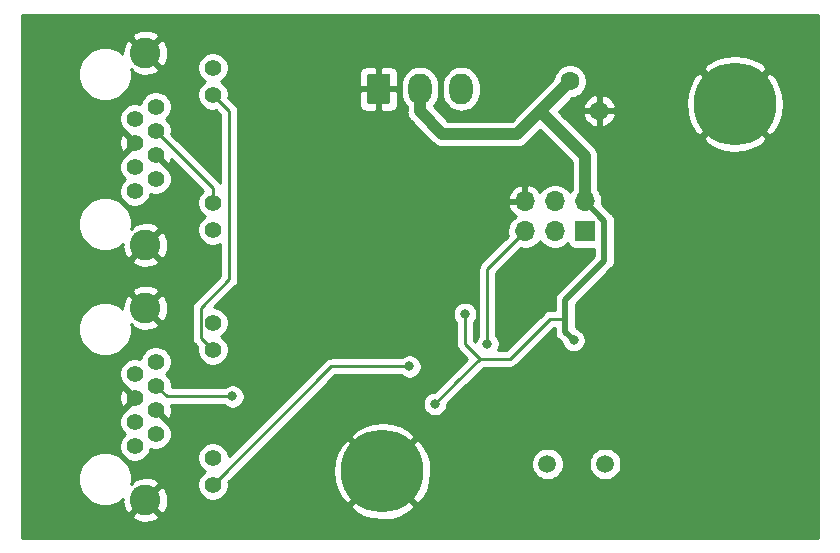
<source format=gbl>
G04 #@! TF.GenerationSoftware,KiCad,Pcbnew,(5.1.9)-1*
G04 #@! TF.CreationDate,2021-06-09T23:11:38+02:00*
G04 #@! TF.ProjectId,controller,636f6e74-726f-46c6-9c65-722e6b696361,rev?*
G04 #@! TF.SameCoordinates,Original*
G04 #@! TF.FileFunction,Copper,L2,Bot*
G04 #@! TF.FilePolarity,Positive*
%FSLAX46Y46*%
G04 Gerber Fmt 4.6, Leading zero omitted, Abs format (unit mm)*
G04 Created by KiCad (PCBNEW (5.1.9)-1) date 2021-06-09 23:11:38*
%MOMM*%
%LPD*%
G01*
G04 APERTURE LIST*
G04 #@! TA.AperFunction,ComponentPad*
%ADD10C,1.400000*%
G04 #@! TD*
G04 #@! TA.AperFunction,ComponentPad*
%ADD11C,2.600000*%
G04 #@! TD*
G04 #@! TA.AperFunction,ComponentPad*
%ADD12O,1.700000X1.700000*%
G04 #@! TD*
G04 #@! TA.AperFunction,ComponentPad*
%ADD13R,1.700000X1.700000*%
G04 #@! TD*
G04 #@! TA.AperFunction,ComponentPad*
%ADD14C,1.600000*%
G04 #@! TD*
G04 #@! TA.AperFunction,ComponentPad*
%ADD15O,2.000000X2.600000*%
G04 #@! TD*
G04 #@! TA.AperFunction,ComponentPad*
%ADD16C,0.800000*%
G04 #@! TD*
G04 #@! TA.AperFunction,ComponentPad*
%ADD17C,7.000000*%
G04 #@! TD*
G04 #@! TA.AperFunction,ComponentPad*
%ADD18C,1.500000*%
G04 #@! TD*
G04 #@! TA.AperFunction,ViaPad*
%ADD19C,0.800000*%
G04 #@! TD*
G04 #@! TA.AperFunction,Conductor*
%ADD20C,1.000000*%
G04 #@! TD*
G04 #@! TA.AperFunction,Conductor*
%ADD21C,0.250000*%
G04 #@! TD*
G04 #@! TA.AperFunction,Conductor*
%ADD22C,0.500000*%
G04 #@! TD*
G04 #@! TA.AperFunction,Conductor*
%ADD23C,0.254000*%
G04 #@! TD*
G04 #@! TA.AperFunction,Conductor*
%ADD24C,0.100000*%
G04 #@! TD*
G04 APERTURE END LIST*
D10*
X110105000Y-73150000D03*
X110105000Y-75440000D03*
X110105000Y-84580000D03*
X110105000Y-86870000D03*
X105285000Y-76440000D03*
X103505000Y-77460000D03*
X105285000Y-78480000D03*
X103505000Y-79500000D03*
X105285000Y-80520000D03*
X103505000Y-81540000D03*
X105285000Y-82560000D03*
X103505000Y-83580000D03*
D11*
X104395000Y-88140000D03*
X104395000Y-71880000D03*
D10*
X110105000Y-94740000D03*
X110105000Y-97030000D03*
X110105000Y-106170000D03*
X110105000Y-108460000D03*
X105285000Y-98030000D03*
X103505000Y-99050000D03*
X105285000Y-100070000D03*
X103505000Y-101090000D03*
X105285000Y-102110000D03*
X103505000Y-103130000D03*
X105285000Y-104150000D03*
X103505000Y-105170000D03*
D11*
X104395000Y-109730000D03*
X104395000Y-93470000D03*
D12*
X136525000Y-84455000D03*
X136525000Y-86995000D03*
X139065000Y-84455000D03*
X139065000Y-86995000D03*
X141605000Y-84455000D03*
D13*
X141605000Y-86995000D03*
D14*
X142809874Y-76769874D03*
X140335000Y-74295000D03*
D15*
X131135000Y-74930000D03*
X127635000Y-74930000D03*
G04 #@! TA.AperFunction,ComponentPad*
G36*
G01*
X123135000Y-75980000D02*
X123135000Y-73880000D01*
G75*
G02*
X123385000Y-73630000I250000J0D01*
G01*
X124885000Y-73630000D01*
G75*
G02*
X125135000Y-73880000I0J-250000D01*
G01*
X125135000Y-75980000D01*
G75*
G02*
X124885000Y-76230000I-250000J0D01*
G01*
X123385000Y-76230000D01*
G75*
G02*
X123135000Y-75980000I0J250000D01*
G01*
G37*
G04 #@! TD.AperFunction*
D16*
X156161155Y-78056155D03*
X154305000Y-78825000D03*
X152448845Y-78056155D03*
X151680000Y-76200000D03*
X152448845Y-74343845D03*
X154305000Y-73575000D03*
X156161155Y-74343845D03*
X156930000Y-76200000D03*
D17*
X154305000Y-76200000D03*
D16*
X126316155Y-105458845D03*
X124460000Y-104690000D03*
X122603845Y-105458845D03*
X121835000Y-107315000D03*
X122603845Y-109171155D03*
X124460000Y-109940000D03*
X126316155Y-109171155D03*
X127085000Y-107315000D03*
D17*
X124460000Y-107315000D03*
D18*
X143310000Y-106680000D03*
X138430000Y-106680000D03*
D19*
X139065000Y-90170000D03*
X123190000Y-90170000D03*
X116586000Y-88773000D03*
X107188000Y-85471000D03*
X131445000Y-93980000D03*
X140652503Y-96202503D03*
X128905000Y-101600000D03*
X133350000Y-96520000D03*
X126746000Y-98425000D03*
X111760000Y-100965000D03*
D20*
X127635000Y-74930000D02*
X127635000Y-76835000D01*
X127635000Y-76835000D02*
X129540000Y-78740000D01*
X129540000Y-78740000D02*
X135890000Y-78740000D01*
X141605000Y-80645000D02*
X141605000Y-84455000D01*
X137795000Y-76835000D02*
X141605000Y-80645000D01*
X135890000Y-78740000D02*
X137795000Y-76835000D01*
X137795000Y-76835000D02*
X140335000Y-74295000D01*
D21*
X131445000Y-96520000D02*
X131445000Y-93980000D01*
X132715000Y-97790000D02*
X131445000Y-96520000D01*
X130810000Y-99695000D02*
X132715000Y-97790000D01*
X139935001Y-94379999D02*
X138665001Y-94379999D01*
X138665001Y-94379999D02*
X135255000Y-97790000D01*
X135255000Y-97790000D02*
X132715000Y-97790000D01*
D22*
X139935001Y-94379999D02*
X139935001Y-95485001D01*
X139935001Y-95485001D02*
X140652503Y-96202503D01*
X143256000Y-86106000D02*
X141605000Y-84455000D01*
X143256000Y-89471500D02*
X143256000Y-86106000D01*
X139935001Y-92792499D02*
X143256000Y-89471500D01*
X139935001Y-94379999D02*
X139935001Y-92792499D01*
D21*
X130810000Y-99695000D02*
X128905000Y-101600000D01*
X133350000Y-90170000D02*
X136525000Y-86995000D01*
X133350000Y-96520000D02*
X133350000Y-90170000D01*
X120140000Y-98425000D02*
X110105000Y-108460000D01*
X126746000Y-98425000D02*
X120140000Y-98425000D01*
X110105000Y-83300000D02*
X105285000Y-78480000D01*
X110105000Y-84580000D02*
X110105000Y-83300000D01*
X106180000Y-100965000D02*
X105285000Y-100070000D01*
X111760000Y-100965000D02*
X106180000Y-100965000D01*
X111506000Y-76841000D02*
X110105000Y-75440000D01*
X111506000Y-91059000D02*
X111506000Y-76841000D01*
X109079999Y-93485001D02*
X111506000Y-91059000D01*
X109079999Y-96004999D02*
X109079999Y-93485001D01*
X110105000Y-97030000D02*
X109079999Y-96004999D01*
D23*
X161367001Y-112980000D02*
X93903000Y-112980000D01*
X93903000Y-111079224D01*
X103225381Y-111079224D01*
X103357317Y-111374312D01*
X103698045Y-111545159D01*
X104065557Y-111646250D01*
X104445729Y-111673701D01*
X104823951Y-111626457D01*
X105185690Y-111506333D01*
X105432683Y-111374312D01*
X105564619Y-111079224D01*
X104395000Y-109909605D01*
X103225381Y-111079224D01*
X93903000Y-111079224D01*
X93903000Y-107727409D01*
X98705000Y-107727409D01*
X98705000Y-108172591D01*
X98791851Y-108609218D01*
X98962214Y-109020511D01*
X99209544Y-109390666D01*
X99524334Y-109705456D01*
X99894489Y-109952786D01*
X100305782Y-110123149D01*
X100742409Y-110210000D01*
X101187591Y-110210000D01*
X101624218Y-110123149D01*
X102035511Y-109952786D01*
X102405666Y-109705456D01*
X102460709Y-109650413D01*
X102451299Y-109780729D01*
X102498543Y-110158951D01*
X102618667Y-110520690D01*
X102750688Y-110767683D01*
X103045776Y-110899619D01*
X104215395Y-109730000D01*
X104574605Y-109730000D01*
X105744224Y-110899619D01*
X106039312Y-110767683D01*
X106210159Y-110426955D01*
X106264567Y-110229155D01*
X121725450Y-110229155D01*
X122121634Y-110749550D01*
X122836612Y-111139748D01*
X123613976Y-111382964D01*
X124423853Y-111469851D01*
X125235118Y-111397069D01*
X126016597Y-111167415D01*
X126738256Y-110789715D01*
X126798366Y-110749550D01*
X127194550Y-110229155D01*
X124460000Y-107494605D01*
X121725450Y-110229155D01*
X106264567Y-110229155D01*
X106311250Y-110059443D01*
X106338701Y-109679271D01*
X106291457Y-109301049D01*
X106171333Y-108939310D01*
X106039312Y-108692317D01*
X105744224Y-108560381D01*
X104574605Y-109730000D01*
X104215395Y-109730000D01*
X104201253Y-109715858D01*
X104380858Y-109536253D01*
X104395000Y-109550395D01*
X105564619Y-108380776D01*
X105432683Y-108085688D01*
X105091955Y-107914841D01*
X104724443Y-107813750D01*
X104344271Y-107786299D01*
X103966049Y-107833543D01*
X103604310Y-107953667D01*
X103357317Y-108085688D01*
X103225382Y-108380774D01*
X103190523Y-108345915D01*
X103225000Y-108172591D01*
X103225000Y-107727409D01*
X103138149Y-107290782D01*
X102967786Y-106879489D01*
X102720456Y-106509334D01*
X102405666Y-106194544D01*
X102035511Y-105947214D01*
X101624218Y-105776851D01*
X101187591Y-105690000D01*
X100742409Y-105690000D01*
X100305782Y-105776851D01*
X99894489Y-105947214D01*
X99524334Y-106194544D01*
X99209544Y-106509334D01*
X98962214Y-106879489D01*
X98791851Y-107290782D01*
X98705000Y-107727409D01*
X93903000Y-107727409D01*
X93903000Y-101164473D01*
X102165610Y-101164473D01*
X102205875Y-101424344D01*
X102296065Y-101671366D01*
X102349963Y-101772203D01*
X102583731Y-101831664D01*
X103325395Y-101090000D01*
X102583731Y-100348336D01*
X102349963Y-100407797D01*
X102239066Y-100646242D01*
X102176817Y-100901740D01*
X102165610Y-101164473D01*
X93903000Y-101164473D01*
X93903000Y-98918514D01*
X102170000Y-98918514D01*
X102170000Y-99181486D01*
X102221304Y-99439405D01*
X102321939Y-99682359D01*
X102468038Y-99901013D01*
X102653987Y-100086962D01*
X102765229Y-100161291D01*
X102763336Y-100168731D01*
X103505000Y-100910395D01*
X103519143Y-100896253D01*
X103698748Y-101075858D01*
X103684605Y-101090000D01*
X103698748Y-101104143D01*
X103519143Y-101283748D01*
X103505000Y-101269605D01*
X102763336Y-102011269D01*
X102765229Y-102018709D01*
X102653987Y-102093038D01*
X102468038Y-102278987D01*
X102321939Y-102497641D01*
X102221304Y-102740595D01*
X102170000Y-102998514D01*
X102170000Y-103261486D01*
X102221304Y-103519405D01*
X102321939Y-103762359D01*
X102468038Y-103981013D01*
X102637025Y-104150000D01*
X102468038Y-104318987D01*
X102321939Y-104537641D01*
X102221304Y-104780595D01*
X102170000Y-105038514D01*
X102170000Y-105301486D01*
X102221304Y-105559405D01*
X102321939Y-105802359D01*
X102468038Y-106021013D01*
X102653987Y-106206962D01*
X102872641Y-106353061D01*
X103115595Y-106453696D01*
X103373514Y-106505000D01*
X103636486Y-106505000D01*
X103894405Y-106453696D01*
X104137359Y-106353061D01*
X104356013Y-106206962D01*
X104524461Y-106038514D01*
X108770000Y-106038514D01*
X108770000Y-106301486D01*
X108821304Y-106559405D01*
X108921939Y-106802359D01*
X109068038Y-107021013D01*
X109253987Y-107206962D01*
X109415678Y-107315000D01*
X109253987Y-107423038D01*
X109068038Y-107608987D01*
X108921939Y-107827641D01*
X108821304Y-108070595D01*
X108770000Y-108328514D01*
X108770000Y-108591486D01*
X108821304Y-108849405D01*
X108921939Y-109092359D01*
X109068038Y-109311013D01*
X109253987Y-109496962D01*
X109472641Y-109643061D01*
X109715595Y-109743696D01*
X109973514Y-109795000D01*
X110236486Y-109795000D01*
X110494405Y-109743696D01*
X110737359Y-109643061D01*
X110956013Y-109496962D01*
X111141962Y-109311013D01*
X111288061Y-109092359D01*
X111388696Y-108849405D01*
X111440000Y-108591486D01*
X111440000Y-108328514D01*
X111418645Y-108221156D01*
X112360948Y-107278853D01*
X120305149Y-107278853D01*
X120377931Y-108090118D01*
X120607585Y-108871597D01*
X120985285Y-109593256D01*
X121025450Y-109653366D01*
X121545845Y-110049550D01*
X124280395Y-107315000D01*
X124639605Y-107315000D01*
X127374155Y-110049550D01*
X127894550Y-109653366D01*
X128284748Y-108938388D01*
X128527964Y-108161024D01*
X128614851Y-107351147D01*
X128542402Y-106543589D01*
X137045000Y-106543589D01*
X137045000Y-106816411D01*
X137098225Y-107083989D01*
X137202629Y-107336043D01*
X137354201Y-107562886D01*
X137547114Y-107755799D01*
X137773957Y-107907371D01*
X138026011Y-108011775D01*
X138293589Y-108065000D01*
X138566411Y-108065000D01*
X138833989Y-108011775D01*
X139086043Y-107907371D01*
X139312886Y-107755799D01*
X139505799Y-107562886D01*
X139657371Y-107336043D01*
X139761775Y-107083989D01*
X139815000Y-106816411D01*
X139815000Y-106543589D01*
X141925000Y-106543589D01*
X141925000Y-106816411D01*
X141978225Y-107083989D01*
X142082629Y-107336043D01*
X142234201Y-107562886D01*
X142427114Y-107755799D01*
X142653957Y-107907371D01*
X142906011Y-108011775D01*
X143173589Y-108065000D01*
X143446411Y-108065000D01*
X143713989Y-108011775D01*
X143966043Y-107907371D01*
X144192886Y-107755799D01*
X144385799Y-107562886D01*
X144537371Y-107336043D01*
X144641775Y-107083989D01*
X144695000Y-106816411D01*
X144695000Y-106543589D01*
X144641775Y-106276011D01*
X144537371Y-106023957D01*
X144385799Y-105797114D01*
X144192886Y-105604201D01*
X143966043Y-105452629D01*
X143713989Y-105348225D01*
X143446411Y-105295000D01*
X143173589Y-105295000D01*
X142906011Y-105348225D01*
X142653957Y-105452629D01*
X142427114Y-105604201D01*
X142234201Y-105797114D01*
X142082629Y-106023957D01*
X141978225Y-106276011D01*
X141925000Y-106543589D01*
X139815000Y-106543589D01*
X139761775Y-106276011D01*
X139657371Y-106023957D01*
X139505799Y-105797114D01*
X139312886Y-105604201D01*
X139086043Y-105452629D01*
X138833989Y-105348225D01*
X138566411Y-105295000D01*
X138293589Y-105295000D01*
X138026011Y-105348225D01*
X137773957Y-105452629D01*
X137547114Y-105604201D01*
X137354201Y-105797114D01*
X137202629Y-106023957D01*
X137098225Y-106276011D01*
X137045000Y-106543589D01*
X128542402Y-106543589D01*
X128542069Y-106539882D01*
X128312415Y-105758403D01*
X127934715Y-105036744D01*
X127894550Y-104976634D01*
X127374155Y-104580450D01*
X124639605Y-107315000D01*
X124280395Y-107315000D01*
X121545845Y-104580450D01*
X121025450Y-104976634D01*
X120635252Y-105691612D01*
X120392036Y-106468976D01*
X120305149Y-107278853D01*
X112360948Y-107278853D01*
X115238956Y-104400845D01*
X121725450Y-104400845D01*
X124460000Y-107135395D01*
X127194550Y-104400845D01*
X126798366Y-103880450D01*
X126083388Y-103490252D01*
X125306024Y-103247036D01*
X124496147Y-103160149D01*
X123684882Y-103232931D01*
X122903403Y-103462585D01*
X122181744Y-103840285D01*
X122121634Y-103880450D01*
X121725450Y-104400845D01*
X115238956Y-104400845D01*
X120454802Y-99185000D01*
X126042289Y-99185000D01*
X126086226Y-99228937D01*
X126255744Y-99342205D01*
X126444102Y-99420226D01*
X126644061Y-99460000D01*
X126847939Y-99460000D01*
X127047898Y-99420226D01*
X127236256Y-99342205D01*
X127405774Y-99228937D01*
X127549937Y-99084774D01*
X127663205Y-98915256D01*
X127741226Y-98726898D01*
X127781000Y-98526939D01*
X127781000Y-98323061D01*
X127741226Y-98123102D01*
X127663205Y-97934744D01*
X127549937Y-97765226D01*
X127405774Y-97621063D01*
X127236256Y-97507795D01*
X127047898Y-97429774D01*
X126847939Y-97390000D01*
X126644061Y-97390000D01*
X126444102Y-97429774D01*
X126255744Y-97507795D01*
X126086226Y-97621063D01*
X126042289Y-97665000D01*
X120177322Y-97665000D01*
X120139999Y-97661324D01*
X120102676Y-97665000D01*
X120102667Y-97665000D01*
X119991014Y-97675997D01*
X119862436Y-97715000D01*
X119847753Y-97719454D01*
X119715723Y-97790026D01*
X119711276Y-97793676D01*
X119599999Y-97884999D01*
X119576201Y-97913997D01*
X111440000Y-106050199D01*
X111440000Y-106038514D01*
X111388696Y-105780595D01*
X111288061Y-105537641D01*
X111141962Y-105318987D01*
X110956013Y-105133038D01*
X110737359Y-104986939D01*
X110494405Y-104886304D01*
X110236486Y-104835000D01*
X109973514Y-104835000D01*
X109715595Y-104886304D01*
X109472641Y-104986939D01*
X109253987Y-105133038D01*
X109068038Y-105318987D01*
X108921939Y-105537641D01*
X108821304Y-105780595D01*
X108770000Y-106038514D01*
X104524461Y-106038514D01*
X104541962Y-106021013D01*
X104688061Y-105802359D01*
X104788696Y-105559405D01*
X104819935Y-105402357D01*
X104895595Y-105433696D01*
X105153514Y-105485000D01*
X105416486Y-105485000D01*
X105674405Y-105433696D01*
X105917359Y-105333061D01*
X106136013Y-105186962D01*
X106321962Y-105001013D01*
X106468061Y-104782359D01*
X106568696Y-104539405D01*
X106620000Y-104281486D01*
X106620000Y-104018514D01*
X106568696Y-103760595D01*
X106468061Y-103517641D01*
X106321962Y-103298987D01*
X106136013Y-103113038D01*
X106024771Y-103038709D01*
X106026664Y-103031269D01*
X105285000Y-102289605D01*
X105270858Y-102303748D01*
X105091253Y-102124143D01*
X105105395Y-102110000D01*
X105091253Y-102095858D01*
X105270858Y-101916253D01*
X105285000Y-101930395D01*
X105299143Y-101916253D01*
X105478748Y-102095858D01*
X105464605Y-102110000D01*
X106206269Y-102851664D01*
X106440037Y-102792203D01*
X106550934Y-102553758D01*
X106613183Y-102298260D01*
X106624390Y-102035527D01*
X106584125Y-101775656D01*
X106565630Y-101725000D01*
X111056289Y-101725000D01*
X111100226Y-101768937D01*
X111269744Y-101882205D01*
X111458102Y-101960226D01*
X111658061Y-102000000D01*
X111861939Y-102000000D01*
X112061898Y-101960226D01*
X112250256Y-101882205D01*
X112419774Y-101768937D01*
X112563937Y-101624774D01*
X112677205Y-101455256D01*
X112755226Y-101266898D01*
X112795000Y-101066939D01*
X112795000Y-100863061D01*
X112755226Y-100663102D01*
X112677205Y-100474744D01*
X112563937Y-100305226D01*
X112419774Y-100161063D01*
X112250256Y-100047795D01*
X112061898Y-99969774D01*
X111861939Y-99930000D01*
X111658061Y-99930000D01*
X111458102Y-99969774D01*
X111269744Y-100047795D01*
X111100226Y-100161063D01*
X111056289Y-100205000D01*
X106619301Y-100205000D01*
X106620000Y-100201486D01*
X106620000Y-99938514D01*
X106568696Y-99680595D01*
X106468061Y-99437641D01*
X106321962Y-99218987D01*
X106152975Y-99050000D01*
X106321962Y-98881013D01*
X106468061Y-98662359D01*
X106568696Y-98419405D01*
X106620000Y-98161486D01*
X106620000Y-97898514D01*
X106568696Y-97640595D01*
X106468061Y-97397641D01*
X106321962Y-97178987D01*
X106136013Y-96993038D01*
X105917359Y-96846939D01*
X105674405Y-96746304D01*
X105416486Y-96695000D01*
X105153514Y-96695000D01*
X104895595Y-96746304D01*
X104652641Y-96846939D01*
X104433987Y-96993038D01*
X104248038Y-97178987D01*
X104101939Y-97397641D01*
X104001304Y-97640595D01*
X103970065Y-97797643D01*
X103894405Y-97766304D01*
X103636486Y-97715000D01*
X103373514Y-97715000D01*
X103115595Y-97766304D01*
X102872641Y-97866939D01*
X102653987Y-98013038D01*
X102468038Y-98198987D01*
X102321939Y-98417641D01*
X102221304Y-98660595D01*
X102170000Y-98918514D01*
X93903000Y-98918514D01*
X93903000Y-95027409D01*
X98705000Y-95027409D01*
X98705000Y-95472591D01*
X98791851Y-95909218D01*
X98962214Y-96320511D01*
X99209544Y-96690666D01*
X99524334Y-97005456D01*
X99894489Y-97252786D01*
X100305782Y-97423149D01*
X100742409Y-97510000D01*
X101187591Y-97510000D01*
X101624218Y-97423149D01*
X102035511Y-97252786D01*
X102405666Y-97005456D01*
X102720456Y-96690666D01*
X102967786Y-96320511D01*
X103138149Y-95909218D01*
X103225000Y-95472591D01*
X103225000Y-95027409D01*
X103190523Y-94854085D01*
X103225382Y-94819226D01*
X103357317Y-95114312D01*
X103698045Y-95285159D01*
X104065557Y-95386250D01*
X104445729Y-95413701D01*
X104823951Y-95366457D01*
X105185690Y-95246333D01*
X105432683Y-95114312D01*
X105564619Y-94819224D01*
X104395000Y-93649605D01*
X104380858Y-93663748D01*
X104201253Y-93484143D01*
X104215395Y-93470000D01*
X104574605Y-93470000D01*
X105744224Y-94639619D01*
X106039312Y-94507683D01*
X106210159Y-94166955D01*
X106311250Y-93799443D01*
X106338701Y-93419271D01*
X106291457Y-93041049D01*
X106171333Y-92679310D01*
X106039312Y-92432317D01*
X105744224Y-92300381D01*
X104574605Y-93470000D01*
X104215395Y-93470000D01*
X103045776Y-92300381D01*
X102750688Y-92432317D01*
X102579841Y-92773045D01*
X102478750Y-93140557D01*
X102451299Y-93520729D01*
X102454075Y-93542953D01*
X102405666Y-93494544D01*
X102035511Y-93247214D01*
X101624218Y-93076851D01*
X101187591Y-92990000D01*
X100742409Y-92990000D01*
X100305782Y-93076851D01*
X99894489Y-93247214D01*
X99524334Y-93494544D01*
X99209544Y-93809334D01*
X98962214Y-94179489D01*
X98791851Y-94590782D01*
X98705000Y-95027409D01*
X93903000Y-95027409D01*
X93903000Y-92120776D01*
X103225381Y-92120776D01*
X104395000Y-93290395D01*
X105564619Y-92120776D01*
X105432683Y-91825688D01*
X105091955Y-91654841D01*
X104724443Y-91553750D01*
X104344271Y-91526299D01*
X103966049Y-91573543D01*
X103604310Y-91693667D01*
X103357317Y-91825688D01*
X103225381Y-92120776D01*
X93903000Y-92120776D01*
X93903000Y-89489224D01*
X103225381Y-89489224D01*
X103357317Y-89784312D01*
X103698045Y-89955159D01*
X104065557Y-90056250D01*
X104445729Y-90083701D01*
X104823951Y-90036457D01*
X105185690Y-89916333D01*
X105432683Y-89784312D01*
X105564619Y-89489224D01*
X104395000Y-88319605D01*
X103225381Y-89489224D01*
X93903000Y-89489224D01*
X93903000Y-86137409D01*
X98705000Y-86137409D01*
X98705000Y-86582591D01*
X98791851Y-87019218D01*
X98962214Y-87430511D01*
X99209544Y-87800666D01*
X99524334Y-88115456D01*
X99894489Y-88362786D01*
X100305782Y-88533149D01*
X100742409Y-88620000D01*
X101187591Y-88620000D01*
X101624218Y-88533149D01*
X102035511Y-88362786D01*
X102405666Y-88115456D01*
X102460709Y-88060413D01*
X102451299Y-88190729D01*
X102498543Y-88568951D01*
X102618667Y-88930690D01*
X102750688Y-89177683D01*
X103045776Y-89309619D01*
X104215395Y-88140000D01*
X104574605Y-88140000D01*
X105744224Y-89309619D01*
X106039312Y-89177683D01*
X106210159Y-88836955D01*
X106311250Y-88469443D01*
X106338701Y-88089271D01*
X106291457Y-87711049D01*
X106171333Y-87349310D01*
X106039312Y-87102317D01*
X105744224Y-86970381D01*
X104574605Y-88140000D01*
X104215395Y-88140000D01*
X104201253Y-88125858D01*
X104380858Y-87946253D01*
X104395000Y-87960395D01*
X105564619Y-86790776D01*
X105432683Y-86495688D01*
X105091955Y-86324841D01*
X104724443Y-86223750D01*
X104344271Y-86196299D01*
X103966049Y-86243543D01*
X103604310Y-86363667D01*
X103357317Y-86495688D01*
X103225382Y-86790774D01*
X103190523Y-86755915D01*
X103225000Y-86582591D01*
X103225000Y-86137409D01*
X103138149Y-85700782D01*
X102967786Y-85289489D01*
X102720456Y-84919334D01*
X102405666Y-84604544D01*
X102035511Y-84357214D01*
X101624218Y-84186851D01*
X101187591Y-84100000D01*
X100742409Y-84100000D01*
X100305782Y-84186851D01*
X99894489Y-84357214D01*
X99524334Y-84604544D01*
X99209544Y-84919334D01*
X98962214Y-85289489D01*
X98791851Y-85700782D01*
X98705000Y-86137409D01*
X93903000Y-86137409D01*
X93903000Y-79574473D01*
X102165610Y-79574473D01*
X102205875Y-79834344D01*
X102296065Y-80081366D01*
X102349963Y-80182203D01*
X102583731Y-80241664D01*
X103325395Y-79500000D01*
X102583731Y-78758336D01*
X102349963Y-78817797D01*
X102239066Y-79056242D01*
X102176817Y-79311740D01*
X102165610Y-79574473D01*
X93903000Y-79574473D01*
X93903000Y-77328514D01*
X102170000Y-77328514D01*
X102170000Y-77591486D01*
X102221304Y-77849405D01*
X102321939Y-78092359D01*
X102468038Y-78311013D01*
X102653987Y-78496962D01*
X102765229Y-78571291D01*
X102763336Y-78578731D01*
X103505000Y-79320395D01*
X103519143Y-79306253D01*
X103698748Y-79485858D01*
X103684605Y-79500000D01*
X103698748Y-79514143D01*
X103519143Y-79693748D01*
X103505000Y-79679605D01*
X102763336Y-80421269D01*
X102765229Y-80428709D01*
X102653987Y-80503038D01*
X102468038Y-80688987D01*
X102321939Y-80907641D01*
X102221304Y-81150595D01*
X102170000Y-81408514D01*
X102170000Y-81671486D01*
X102221304Y-81929405D01*
X102321939Y-82172359D01*
X102468038Y-82391013D01*
X102637025Y-82560000D01*
X102468038Y-82728987D01*
X102321939Y-82947641D01*
X102221304Y-83190595D01*
X102170000Y-83448514D01*
X102170000Y-83711486D01*
X102221304Y-83969405D01*
X102321939Y-84212359D01*
X102468038Y-84431013D01*
X102653987Y-84616962D01*
X102872641Y-84763061D01*
X103115595Y-84863696D01*
X103373514Y-84915000D01*
X103636486Y-84915000D01*
X103894405Y-84863696D01*
X104137359Y-84763061D01*
X104356013Y-84616962D01*
X104541962Y-84431013D01*
X104688061Y-84212359D01*
X104788696Y-83969405D01*
X104819935Y-83812357D01*
X104895595Y-83843696D01*
X105153514Y-83895000D01*
X105416486Y-83895000D01*
X105674405Y-83843696D01*
X105917359Y-83743061D01*
X106136013Y-83596962D01*
X106321962Y-83411013D01*
X106468061Y-83192359D01*
X106568696Y-82949405D01*
X106620000Y-82691486D01*
X106620000Y-82428514D01*
X106568696Y-82170595D01*
X106468061Y-81927641D01*
X106321962Y-81708987D01*
X106136013Y-81523038D01*
X106024771Y-81448709D01*
X106026664Y-81441269D01*
X105285000Y-80699605D01*
X105270858Y-80713748D01*
X105091253Y-80534143D01*
X105105395Y-80520000D01*
X105091253Y-80505858D01*
X105270858Y-80326253D01*
X105285000Y-80340395D01*
X105299143Y-80326253D01*
X105478748Y-80505858D01*
X105464605Y-80520000D01*
X106206269Y-81261664D01*
X106440037Y-81202203D01*
X106550934Y-80963758D01*
X106578953Y-80848755D01*
X109265526Y-83535328D01*
X109253987Y-83543038D01*
X109068038Y-83728987D01*
X108921939Y-83947641D01*
X108821304Y-84190595D01*
X108770000Y-84448514D01*
X108770000Y-84711486D01*
X108821304Y-84969405D01*
X108921939Y-85212359D01*
X109068038Y-85431013D01*
X109253987Y-85616962D01*
X109415678Y-85725000D01*
X109253987Y-85833038D01*
X109068038Y-86018987D01*
X108921939Y-86237641D01*
X108821304Y-86480595D01*
X108770000Y-86738514D01*
X108770000Y-87001486D01*
X108821304Y-87259405D01*
X108921939Y-87502359D01*
X109068038Y-87721013D01*
X109253987Y-87906962D01*
X109472641Y-88053061D01*
X109715595Y-88153696D01*
X109973514Y-88205000D01*
X110236486Y-88205000D01*
X110494405Y-88153696D01*
X110737359Y-88053061D01*
X110746000Y-88047287D01*
X110746000Y-90744198D01*
X108568997Y-92921202D01*
X108539999Y-92945000D01*
X108516201Y-92973998D01*
X108516200Y-92973999D01*
X108445025Y-93060725D01*
X108374453Y-93192755D01*
X108362853Y-93230997D01*
X108330997Y-93336015D01*
X108320755Y-93439999D01*
X108316323Y-93485001D01*
X108320000Y-93522333D01*
X108319999Y-95967676D01*
X108316323Y-96004999D01*
X108319999Y-96042321D01*
X108319999Y-96042331D01*
X108330996Y-96153984D01*
X108374453Y-96297245D01*
X108445025Y-96429275D01*
X108484870Y-96477825D01*
X108539998Y-96545000D01*
X108569001Y-96568803D01*
X108791355Y-96791156D01*
X108770000Y-96898514D01*
X108770000Y-97161486D01*
X108821304Y-97419405D01*
X108921939Y-97662359D01*
X109068038Y-97881013D01*
X109253987Y-98066962D01*
X109472641Y-98213061D01*
X109715595Y-98313696D01*
X109973514Y-98365000D01*
X110236486Y-98365000D01*
X110494405Y-98313696D01*
X110737359Y-98213061D01*
X110956013Y-98066962D01*
X111141962Y-97881013D01*
X111288061Y-97662359D01*
X111388696Y-97419405D01*
X111440000Y-97161486D01*
X111440000Y-96898514D01*
X111388696Y-96640595D01*
X111288061Y-96397641D01*
X111141962Y-96178987D01*
X110956013Y-95993038D01*
X110794322Y-95885000D01*
X110956013Y-95776962D01*
X111141962Y-95591013D01*
X111288061Y-95372359D01*
X111388696Y-95129405D01*
X111440000Y-94871486D01*
X111440000Y-94608514D01*
X111388696Y-94350595D01*
X111288061Y-94107641D01*
X111141962Y-93888987D01*
X110956013Y-93703038D01*
X110737359Y-93556939D01*
X110494405Y-93456304D01*
X110236486Y-93405000D01*
X110234801Y-93405000D01*
X112017004Y-91622798D01*
X112046001Y-91599001D01*
X112140974Y-91483276D01*
X112211546Y-91351247D01*
X112255003Y-91207986D01*
X112266000Y-91096333D01*
X112266000Y-91096332D01*
X112269677Y-91059000D01*
X112266000Y-91021667D01*
X112266000Y-84098109D01*
X135083519Y-84098109D01*
X135204186Y-84328000D01*
X136398000Y-84328000D01*
X136398000Y-83134845D01*
X136168110Y-83013524D01*
X136020901Y-83058175D01*
X135758080Y-83183359D01*
X135524731Y-83357412D01*
X135329822Y-83573645D01*
X135180843Y-83823748D01*
X135083519Y-84098109D01*
X112266000Y-84098109D01*
X112266000Y-76878322D01*
X112269676Y-76840999D01*
X112266000Y-76803676D01*
X112266000Y-76803667D01*
X112255003Y-76692014D01*
X112211546Y-76548753D01*
X112140974Y-76416724D01*
X112046001Y-76300999D01*
X112017003Y-76277201D01*
X111969802Y-76230000D01*
X122496928Y-76230000D01*
X122509188Y-76354482D01*
X122545498Y-76474180D01*
X122604463Y-76584494D01*
X122683815Y-76681185D01*
X122780506Y-76760537D01*
X122890820Y-76819502D01*
X123010518Y-76855812D01*
X123135000Y-76868072D01*
X123849250Y-76865000D01*
X124008000Y-76706250D01*
X124008000Y-75057000D01*
X124262000Y-75057000D01*
X124262000Y-76706250D01*
X124420750Y-76865000D01*
X125135000Y-76868072D01*
X125259482Y-76855812D01*
X125379180Y-76819502D01*
X125489494Y-76760537D01*
X125586185Y-76681185D01*
X125665537Y-76584494D01*
X125724502Y-76474180D01*
X125760812Y-76354482D01*
X125773072Y-76230000D01*
X125770000Y-75215750D01*
X125611250Y-75057000D01*
X124262000Y-75057000D01*
X124008000Y-75057000D01*
X122658750Y-75057000D01*
X122500000Y-75215750D01*
X122496928Y-76230000D01*
X111969802Y-76230000D01*
X111418645Y-75678843D01*
X111440000Y-75571486D01*
X111440000Y-75308514D01*
X111388696Y-75050595D01*
X111288061Y-74807641D01*
X111141962Y-74588987D01*
X110956013Y-74403038D01*
X110794322Y-74295000D01*
X110956013Y-74186962D01*
X111141962Y-74001013D01*
X111288061Y-73782359D01*
X111351170Y-73630000D01*
X122496928Y-73630000D01*
X122500000Y-74644250D01*
X122658750Y-74803000D01*
X124008000Y-74803000D01*
X124008000Y-73153750D01*
X124262000Y-73153750D01*
X124262000Y-74803000D01*
X125611250Y-74803000D01*
X125770000Y-74644250D01*
X125770286Y-74549679D01*
X126000000Y-74549679D01*
X126000000Y-75310322D01*
X126023657Y-75550516D01*
X126117148Y-75858715D01*
X126268969Y-76142752D01*
X126473286Y-76391714D01*
X126500001Y-76413638D01*
X126500001Y-76779239D01*
X126494509Y-76835000D01*
X126516423Y-77057498D01*
X126581324Y-77271446D01*
X126611828Y-77328514D01*
X126686717Y-77468623D01*
X126828552Y-77641449D01*
X126871860Y-77676991D01*
X128698009Y-79503141D01*
X128733551Y-79546449D01*
X128797257Y-79598731D01*
X128906377Y-79688284D01*
X129103553Y-79793676D01*
X129317501Y-79858577D01*
X129540000Y-79880491D01*
X129595752Y-79875000D01*
X135834249Y-79875000D01*
X135890000Y-79880491D01*
X135945751Y-79875000D01*
X135945752Y-79875000D01*
X136112499Y-79858577D01*
X136326447Y-79793676D01*
X136523623Y-79688284D01*
X136696449Y-79546449D01*
X136731996Y-79503135D01*
X137795000Y-78440132D01*
X140470000Y-81115133D01*
X140470001Y-83489892D01*
X140451525Y-83508368D01*
X140335000Y-83682760D01*
X140218475Y-83508368D01*
X140011632Y-83301525D01*
X139768411Y-83139010D01*
X139498158Y-83027068D01*
X139211260Y-82970000D01*
X138918740Y-82970000D01*
X138631842Y-83027068D01*
X138361589Y-83139010D01*
X138118368Y-83301525D01*
X137911525Y-83508368D01*
X137789805Y-83690534D01*
X137720178Y-83573645D01*
X137525269Y-83357412D01*
X137291920Y-83183359D01*
X137029099Y-83058175D01*
X136881890Y-83013524D01*
X136652000Y-83134845D01*
X136652000Y-84328000D01*
X136672000Y-84328000D01*
X136672000Y-84582000D01*
X136652000Y-84582000D01*
X136652000Y-84602000D01*
X136398000Y-84602000D01*
X136398000Y-84582000D01*
X135204186Y-84582000D01*
X135083519Y-84811891D01*
X135180843Y-85086252D01*
X135329822Y-85336355D01*
X135524731Y-85552588D01*
X135754406Y-85723900D01*
X135578368Y-85841525D01*
X135371525Y-86048368D01*
X135209010Y-86291589D01*
X135097068Y-86561842D01*
X135040000Y-86848740D01*
X135040000Y-87141260D01*
X135083790Y-87361408D01*
X132838998Y-89606201D01*
X132810000Y-89629999D01*
X132786202Y-89658997D01*
X132786201Y-89658998D01*
X132715026Y-89745724D01*
X132644454Y-89877754D01*
X132600998Y-90021015D01*
X132586324Y-90170000D01*
X132590001Y-90207332D01*
X132590000Y-95816289D01*
X132546063Y-95860226D01*
X132432795Y-96029744D01*
X132354774Y-96218102D01*
X132332066Y-96332265D01*
X132205000Y-96205199D01*
X132205000Y-94683711D01*
X132248937Y-94639774D01*
X132362205Y-94470256D01*
X132440226Y-94281898D01*
X132480000Y-94081939D01*
X132480000Y-93878061D01*
X132440226Y-93678102D01*
X132362205Y-93489744D01*
X132248937Y-93320226D01*
X132104774Y-93176063D01*
X131935256Y-93062795D01*
X131746898Y-92984774D01*
X131546939Y-92945000D01*
X131343061Y-92945000D01*
X131143102Y-92984774D01*
X130954744Y-93062795D01*
X130785226Y-93176063D01*
X130641063Y-93320226D01*
X130527795Y-93489744D01*
X130449774Y-93678102D01*
X130410000Y-93878061D01*
X130410000Y-94081939D01*
X130449774Y-94281898D01*
X130527795Y-94470256D01*
X130641063Y-94639774D01*
X130685001Y-94683712D01*
X130685000Y-96482677D01*
X130681324Y-96520000D01*
X130685000Y-96557322D01*
X130685000Y-96557332D01*
X130695997Y-96668985D01*
X130739454Y-96812246D01*
X130810026Y-96944276D01*
X130849871Y-96992826D01*
X130904999Y-97060001D01*
X130934003Y-97083804D01*
X131640198Y-97790000D01*
X130299002Y-99131197D01*
X130298997Y-99131201D01*
X128865199Y-100565000D01*
X128803061Y-100565000D01*
X128603102Y-100604774D01*
X128414744Y-100682795D01*
X128245226Y-100796063D01*
X128101063Y-100940226D01*
X127987795Y-101109744D01*
X127909774Y-101298102D01*
X127870000Y-101498061D01*
X127870000Y-101701939D01*
X127909774Y-101901898D01*
X127987795Y-102090256D01*
X128101063Y-102259774D01*
X128245226Y-102403937D01*
X128414744Y-102517205D01*
X128603102Y-102595226D01*
X128803061Y-102635000D01*
X129006939Y-102635000D01*
X129206898Y-102595226D01*
X129395256Y-102517205D01*
X129564774Y-102403937D01*
X129708937Y-102259774D01*
X129822205Y-102090256D01*
X129900226Y-101901898D01*
X129940000Y-101701939D01*
X129940000Y-101639801D01*
X131373799Y-100206003D01*
X131373803Y-100205998D01*
X133029802Y-98550000D01*
X135217678Y-98550000D01*
X135255000Y-98553676D01*
X135292322Y-98550000D01*
X135292333Y-98550000D01*
X135403986Y-98539003D01*
X135547247Y-98495546D01*
X135679276Y-98424974D01*
X135795001Y-98330001D01*
X135818804Y-98300997D01*
X138979803Y-95139999D01*
X139050002Y-95139999D01*
X139050002Y-95441523D01*
X139045720Y-95485001D01*
X139062806Y-95658491D01*
X139113413Y-95825314D01*
X139195591Y-95979060D01*
X139278469Y-96080047D01*
X139278472Y-96080050D01*
X139306185Y-96113818D01*
X139339952Y-96141530D01*
X139645968Y-96447546D01*
X139657277Y-96504401D01*
X139735298Y-96692759D01*
X139848566Y-96862277D01*
X139992729Y-97006440D01*
X140162247Y-97119708D01*
X140350605Y-97197729D01*
X140550564Y-97237503D01*
X140754442Y-97237503D01*
X140954401Y-97197729D01*
X141142759Y-97119708D01*
X141312277Y-97006440D01*
X141456440Y-96862277D01*
X141569708Y-96692759D01*
X141647729Y-96504401D01*
X141687503Y-96304442D01*
X141687503Y-96100564D01*
X141647729Y-95900605D01*
X141569708Y-95712247D01*
X141456440Y-95542729D01*
X141312277Y-95398566D01*
X141142759Y-95285298D01*
X140954401Y-95207277D01*
X140897546Y-95195968D01*
X140820001Y-95118423D01*
X140820001Y-93159077D01*
X143851050Y-90128029D01*
X143884817Y-90100317D01*
X143920983Y-90056250D01*
X143995411Y-89965559D01*
X144000970Y-89955159D01*
X144077589Y-89811813D01*
X144128195Y-89644990D01*
X144141000Y-89514977D01*
X144141000Y-89514969D01*
X144145281Y-89471500D01*
X144141000Y-89428031D01*
X144141000Y-86149469D01*
X144145281Y-86106000D01*
X144141000Y-86062531D01*
X144141000Y-86062523D01*
X144128195Y-85932510D01*
X144117264Y-85896476D01*
X144077589Y-85765686D01*
X143995411Y-85611941D01*
X143912532Y-85510953D01*
X143912530Y-85510951D01*
X143884817Y-85477183D01*
X143851049Y-85449470D01*
X143075539Y-84673960D01*
X143090000Y-84601260D01*
X143090000Y-84308740D01*
X143032932Y-84021842D01*
X142920990Y-83751589D01*
X142758475Y-83508368D01*
X142740000Y-83489893D01*
X142740000Y-80700752D01*
X142745491Y-80645000D01*
X142723577Y-80422501D01*
X142658676Y-80208553D01*
X142553284Y-80011377D01*
X142446989Y-79881856D01*
X142446987Y-79881854D01*
X142411449Y-79838551D01*
X142368146Y-79803013D01*
X141679288Y-79114155D01*
X151570450Y-79114155D01*
X151966634Y-79634550D01*
X152681612Y-80024748D01*
X153458976Y-80267964D01*
X154268853Y-80354851D01*
X155080118Y-80282069D01*
X155861597Y-80052415D01*
X156583256Y-79674715D01*
X156643366Y-79634550D01*
X157039550Y-79114155D01*
X154305000Y-76379605D01*
X151570450Y-79114155D01*
X141679288Y-79114155D01*
X139685135Y-77120003D01*
X141411086Y-77120003D01*
X141506270Y-77386165D01*
X141651551Y-77628644D01*
X141841346Y-77838121D01*
X142068361Y-78006545D01*
X142323872Y-78127445D01*
X142459745Y-78168662D01*
X142682874Y-78046767D01*
X142682874Y-76896874D01*
X142936874Y-76896874D01*
X142936874Y-78046767D01*
X143160003Y-78168662D01*
X143426165Y-78073478D01*
X143668644Y-77928197D01*
X143878121Y-77738402D01*
X144046545Y-77511387D01*
X144167445Y-77255876D01*
X144208662Y-77120003D01*
X144086767Y-76896874D01*
X142936874Y-76896874D01*
X142682874Y-76896874D01*
X141532981Y-76896874D01*
X141411086Y-77120003D01*
X139685135Y-77120003D01*
X139400131Y-76835000D01*
X139815386Y-76419745D01*
X141411086Y-76419745D01*
X141532981Y-76642874D01*
X142682874Y-76642874D01*
X142682874Y-75492981D01*
X142936874Y-75492981D01*
X142936874Y-76642874D01*
X144086767Y-76642874D01*
X144208662Y-76419745D01*
X144117151Y-76163853D01*
X150150149Y-76163853D01*
X150222931Y-76975118D01*
X150452585Y-77756597D01*
X150830285Y-78478256D01*
X150870450Y-78538366D01*
X151390845Y-78934550D01*
X154125395Y-76200000D01*
X154484605Y-76200000D01*
X157219155Y-78934550D01*
X157739550Y-78538366D01*
X158129748Y-77823388D01*
X158372964Y-77046024D01*
X158459851Y-76236147D01*
X158387069Y-75424882D01*
X158157415Y-74643403D01*
X157779715Y-73921744D01*
X157739550Y-73861634D01*
X157219155Y-73465450D01*
X154484605Y-76200000D01*
X154125395Y-76200000D01*
X151390845Y-73465450D01*
X150870450Y-73861634D01*
X150480252Y-74576612D01*
X150237036Y-75353976D01*
X150150149Y-76163853D01*
X144117151Y-76163853D01*
X144113478Y-76153583D01*
X143968197Y-75911104D01*
X143778402Y-75701627D01*
X143551387Y-75533203D01*
X143295876Y-75412303D01*
X143160003Y-75371086D01*
X142936874Y-75492981D01*
X142682874Y-75492981D01*
X142459745Y-75371086D01*
X142193583Y-75466270D01*
X141951104Y-75611551D01*
X141741627Y-75801346D01*
X141573203Y-76028361D01*
X141452303Y-76283872D01*
X141411086Y-76419745D01*
X139815386Y-76419745D01*
X140512282Y-75722850D01*
X140753574Y-75674853D01*
X141014727Y-75566680D01*
X141249759Y-75409637D01*
X141449637Y-75209759D01*
X141606680Y-74974727D01*
X141714853Y-74713574D01*
X141770000Y-74436335D01*
X141770000Y-74153665D01*
X141714853Y-73876426D01*
X141606680Y-73615273D01*
X141449637Y-73380241D01*
X141355241Y-73285845D01*
X151570450Y-73285845D01*
X154305000Y-76020395D01*
X157039550Y-73285845D01*
X156643366Y-72765450D01*
X155928388Y-72375252D01*
X155151024Y-72132036D01*
X154341147Y-72045149D01*
X153529882Y-72117931D01*
X152748403Y-72347585D01*
X152026744Y-72725285D01*
X151966634Y-72765450D01*
X151570450Y-73285845D01*
X141355241Y-73285845D01*
X141249759Y-73180363D01*
X141014727Y-73023320D01*
X140753574Y-72915147D01*
X140476335Y-72860000D01*
X140193665Y-72860000D01*
X139916426Y-72915147D01*
X139655273Y-73023320D01*
X139420241Y-73180363D01*
X139220363Y-73380241D01*
X139063320Y-73615273D01*
X138955147Y-73876426D01*
X138907150Y-74117718D01*
X137031861Y-75993008D01*
X137031856Y-75993012D01*
X137031849Y-75993019D01*
X136988552Y-76028552D01*
X136953019Y-76071849D01*
X135419869Y-77605000D01*
X130010132Y-77605000D01*
X128796773Y-76391642D01*
X129001031Y-76142752D01*
X129152852Y-75858715D01*
X129246343Y-75550515D01*
X129270000Y-75310321D01*
X129270000Y-74549679D01*
X129500000Y-74549679D01*
X129500000Y-75310322D01*
X129523657Y-75550516D01*
X129617148Y-75858715D01*
X129768969Y-76142752D01*
X129973286Y-76391714D01*
X130222249Y-76596031D01*
X130506286Y-76747852D01*
X130814485Y-76841343D01*
X131135000Y-76872911D01*
X131455516Y-76841343D01*
X131763715Y-76747852D01*
X132047752Y-76596031D01*
X132296714Y-76391714D01*
X132501031Y-76142752D01*
X132652852Y-75858715D01*
X132746343Y-75550515D01*
X132770000Y-75310321D01*
X132770000Y-74549678D01*
X132746343Y-74309484D01*
X132652852Y-74001285D01*
X132501031Y-73717248D01*
X132296714Y-73468286D01*
X132047751Y-73263969D01*
X131763714Y-73112148D01*
X131455515Y-73018657D01*
X131135000Y-72987089D01*
X130814484Y-73018657D01*
X130506285Y-73112148D01*
X130222248Y-73263969D01*
X129973286Y-73468286D01*
X129768969Y-73717249D01*
X129617148Y-74001286D01*
X129523657Y-74309485D01*
X129500000Y-74549679D01*
X129270000Y-74549679D01*
X129270000Y-74549678D01*
X129246343Y-74309484D01*
X129152852Y-74001285D01*
X129001031Y-73717248D01*
X128796714Y-73468286D01*
X128547751Y-73263969D01*
X128263714Y-73112148D01*
X127955515Y-73018657D01*
X127635000Y-72987089D01*
X127314484Y-73018657D01*
X127006285Y-73112148D01*
X126722248Y-73263969D01*
X126473286Y-73468286D01*
X126268969Y-73717249D01*
X126117148Y-74001286D01*
X126023657Y-74309485D01*
X126000000Y-74549679D01*
X125770286Y-74549679D01*
X125773072Y-73630000D01*
X125760812Y-73505518D01*
X125724502Y-73385820D01*
X125665537Y-73275506D01*
X125586185Y-73178815D01*
X125489494Y-73099463D01*
X125379180Y-73040498D01*
X125259482Y-73004188D01*
X125135000Y-72991928D01*
X124420750Y-72995000D01*
X124262000Y-73153750D01*
X124008000Y-73153750D01*
X123849250Y-72995000D01*
X123135000Y-72991928D01*
X123010518Y-73004188D01*
X122890820Y-73040498D01*
X122780506Y-73099463D01*
X122683815Y-73178815D01*
X122604463Y-73275506D01*
X122545498Y-73385820D01*
X122509188Y-73505518D01*
X122496928Y-73630000D01*
X111351170Y-73630000D01*
X111388696Y-73539405D01*
X111440000Y-73281486D01*
X111440000Y-73018514D01*
X111388696Y-72760595D01*
X111288061Y-72517641D01*
X111141962Y-72298987D01*
X110956013Y-72113038D01*
X110737359Y-71966939D01*
X110494405Y-71866304D01*
X110236486Y-71815000D01*
X109973514Y-71815000D01*
X109715595Y-71866304D01*
X109472641Y-71966939D01*
X109253987Y-72113038D01*
X109068038Y-72298987D01*
X108921939Y-72517641D01*
X108821304Y-72760595D01*
X108770000Y-73018514D01*
X108770000Y-73281486D01*
X108821304Y-73539405D01*
X108921939Y-73782359D01*
X109068038Y-74001013D01*
X109253987Y-74186962D01*
X109415678Y-74295000D01*
X109253987Y-74403038D01*
X109068038Y-74588987D01*
X108921939Y-74807641D01*
X108821304Y-75050595D01*
X108770000Y-75308514D01*
X108770000Y-75571486D01*
X108821304Y-75829405D01*
X108921939Y-76072359D01*
X109068038Y-76291013D01*
X109253987Y-76476962D01*
X109472641Y-76623061D01*
X109715595Y-76723696D01*
X109973514Y-76775000D01*
X110236486Y-76775000D01*
X110343843Y-76753645D01*
X110746001Y-77155803D01*
X110746001Y-82886999D01*
X110739974Y-82875724D01*
X110645001Y-82759999D01*
X110616003Y-82736201D01*
X106598645Y-78718844D01*
X106620000Y-78611486D01*
X106620000Y-78348514D01*
X106568696Y-78090595D01*
X106468061Y-77847641D01*
X106321962Y-77628987D01*
X106152975Y-77460000D01*
X106321962Y-77291013D01*
X106468061Y-77072359D01*
X106568696Y-76829405D01*
X106620000Y-76571486D01*
X106620000Y-76308514D01*
X106568696Y-76050595D01*
X106468061Y-75807641D01*
X106321962Y-75588987D01*
X106136013Y-75403038D01*
X105917359Y-75256939D01*
X105674405Y-75156304D01*
X105416486Y-75105000D01*
X105153514Y-75105000D01*
X104895595Y-75156304D01*
X104652641Y-75256939D01*
X104433987Y-75403038D01*
X104248038Y-75588987D01*
X104101939Y-75807641D01*
X104001304Y-76050595D01*
X103970065Y-76207643D01*
X103894405Y-76176304D01*
X103636486Y-76125000D01*
X103373514Y-76125000D01*
X103115595Y-76176304D01*
X102872641Y-76276939D01*
X102653987Y-76423038D01*
X102468038Y-76608987D01*
X102321939Y-76827641D01*
X102221304Y-77070595D01*
X102170000Y-77328514D01*
X93903000Y-77328514D01*
X93903000Y-73437409D01*
X98705000Y-73437409D01*
X98705000Y-73882591D01*
X98791851Y-74319218D01*
X98962214Y-74730511D01*
X99209544Y-75100666D01*
X99524334Y-75415456D01*
X99894489Y-75662786D01*
X100305782Y-75833149D01*
X100742409Y-75920000D01*
X101187591Y-75920000D01*
X101624218Y-75833149D01*
X102035511Y-75662786D01*
X102405666Y-75415456D01*
X102720456Y-75100666D01*
X102967786Y-74730511D01*
X103138149Y-74319218D01*
X103225000Y-73882591D01*
X103225000Y-73437409D01*
X103190523Y-73264085D01*
X103225382Y-73229226D01*
X103357317Y-73524312D01*
X103698045Y-73695159D01*
X104065557Y-73796250D01*
X104445729Y-73823701D01*
X104823951Y-73776457D01*
X105185690Y-73656333D01*
X105432683Y-73524312D01*
X105564619Y-73229224D01*
X104395000Y-72059605D01*
X104380858Y-72073748D01*
X104201253Y-71894143D01*
X104215395Y-71880000D01*
X104574605Y-71880000D01*
X105744224Y-73049619D01*
X106039312Y-72917683D01*
X106210159Y-72576955D01*
X106311250Y-72209443D01*
X106338701Y-71829271D01*
X106291457Y-71451049D01*
X106171333Y-71089310D01*
X106039312Y-70842317D01*
X105744224Y-70710381D01*
X104574605Y-71880000D01*
X104215395Y-71880000D01*
X103045776Y-70710381D01*
X102750688Y-70842317D01*
X102579841Y-71183045D01*
X102478750Y-71550557D01*
X102451299Y-71930729D01*
X102454075Y-71952953D01*
X102405666Y-71904544D01*
X102035511Y-71657214D01*
X101624218Y-71486851D01*
X101187591Y-71400000D01*
X100742409Y-71400000D01*
X100305782Y-71486851D01*
X99894489Y-71657214D01*
X99524334Y-71904544D01*
X99209544Y-72219334D01*
X98962214Y-72589489D01*
X98791851Y-73000782D01*
X98705000Y-73437409D01*
X93903000Y-73437409D01*
X93903000Y-70530776D01*
X103225381Y-70530776D01*
X104395000Y-71700395D01*
X105564619Y-70530776D01*
X105432683Y-70235688D01*
X105091955Y-70064841D01*
X104724443Y-69963750D01*
X104344271Y-69936299D01*
X103966049Y-69983543D01*
X103604310Y-70103667D01*
X103357317Y-70235688D01*
X103225381Y-70530776D01*
X93903000Y-70530776D01*
X93903000Y-68630000D01*
X161367000Y-68630000D01*
X161367001Y-112980000D01*
G04 #@! TA.AperFunction,Conductor*
D24*
G36*
X161367001Y-112980000D02*
G01*
X93903000Y-112980000D01*
X93903000Y-111079224D01*
X103225381Y-111079224D01*
X103357317Y-111374312D01*
X103698045Y-111545159D01*
X104065557Y-111646250D01*
X104445729Y-111673701D01*
X104823951Y-111626457D01*
X105185690Y-111506333D01*
X105432683Y-111374312D01*
X105564619Y-111079224D01*
X104395000Y-109909605D01*
X103225381Y-111079224D01*
X93903000Y-111079224D01*
X93903000Y-107727409D01*
X98705000Y-107727409D01*
X98705000Y-108172591D01*
X98791851Y-108609218D01*
X98962214Y-109020511D01*
X99209544Y-109390666D01*
X99524334Y-109705456D01*
X99894489Y-109952786D01*
X100305782Y-110123149D01*
X100742409Y-110210000D01*
X101187591Y-110210000D01*
X101624218Y-110123149D01*
X102035511Y-109952786D01*
X102405666Y-109705456D01*
X102460709Y-109650413D01*
X102451299Y-109780729D01*
X102498543Y-110158951D01*
X102618667Y-110520690D01*
X102750688Y-110767683D01*
X103045776Y-110899619D01*
X104215395Y-109730000D01*
X104574605Y-109730000D01*
X105744224Y-110899619D01*
X106039312Y-110767683D01*
X106210159Y-110426955D01*
X106264567Y-110229155D01*
X121725450Y-110229155D01*
X122121634Y-110749550D01*
X122836612Y-111139748D01*
X123613976Y-111382964D01*
X124423853Y-111469851D01*
X125235118Y-111397069D01*
X126016597Y-111167415D01*
X126738256Y-110789715D01*
X126798366Y-110749550D01*
X127194550Y-110229155D01*
X124460000Y-107494605D01*
X121725450Y-110229155D01*
X106264567Y-110229155D01*
X106311250Y-110059443D01*
X106338701Y-109679271D01*
X106291457Y-109301049D01*
X106171333Y-108939310D01*
X106039312Y-108692317D01*
X105744224Y-108560381D01*
X104574605Y-109730000D01*
X104215395Y-109730000D01*
X104201253Y-109715858D01*
X104380858Y-109536253D01*
X104395000Y-109550395D01*
X105564619Y-108380776D01*
X105432683Y-108085688D01*
X105091955Y-107914841D01*
X104724443Y-107813750D01*
X104344271Y-107786299D01*
X103966049Y-107833543D01*
X103604310Y-107953667D01*
X103357317Y-108085688D01*
X103225382Y-108380774D01*
X103190523Y-108345915D01*
X103225000Y-108172591D01*
X103225000Y-107727409D01*
X103138149Y-107290782D01*
X102967786Y-106879489D01*
X102720456Y-106509334D01*
X102405666Y-106194544D01*
X102035511Y-105947214D01*
X101624218Y-105776851D01*
X101187591Y-105690000D01*
X100742409Y-105690000D01*
X100305782Y-105776851D01*
X99894489Y-105947214D01*
X99524334Y-106194544D01*
X99209544Y-106509334D01*
X98962214Y-106879489D01*
X98791851Y-107290782D01*
X98705000Y-107727409D01*
X93903000Y-107727409D01*
X93903000Y-101164473D01*
X102165610Y-101164473D01*
X102205875Y-101424344D01*
X102296065Y-101671366D01*
X102349963Y-101772203D01*
X102583731Y-101831664D01*
X103325395Y-101090000D01*
X102583731Y-100348336D01*
X102349963Y-100407797D01*
X102239066Y-100646242D01*
X102176817Y-100901740D01*
X102165610Y-101164473D01*
X93903000Y-101164473D01*
X93903000Y-98918514D01*
X102170000Y-98918514D01*
X102170000Y-99181486D01*
X102221304Y-99439405D01*
X102321939Y-99682359D01*
X102468038Y-99901013D01*
X102653987Y-100086962D01*
X102765229Y-100161291D01*
X102763336Y-100168731D01*
X103505000Y-100910395D01*
X103519143Y-100896253D01*
X103698748Y-101075858D01*
X103684605Y-101090000D01*
X103698748Y-101104143D01*
X103519143Y-101283748D01*
X103505000Y-101269605D01*
X102763336Y-102011269D01*
X102765229Y-102018709D01*
X102653987Y-102093038D01*
X102468038Y-102278987D01*
X102321939Y-102497641D01*
X102221304Y-102740595D01*
X102170000Y-102998514D01*
X102170000Y-103261486D01*
X102221304Y-103519405D01*
X102321939Y-103762359D01*
X102468038Y-103981013D01*
X102637025Y-104150000D01*
X102468038Y-104318987D01*
X102321939Y-104537641D01*
X102221304Y-104780595D01*
X102170000Y-105038514D01*
X102170000Y-105301486D01*
X102221304Y-105559405D01*
X102321939Y-105802359D01*
X102468038Y-106021013D01*
X102653987Y-106206962D01*
X102872641Y-106353061D01*
X103115595Y-106453696D01*
X103373514Y-106505000D01*
X103636486Y-106505000D01*
X103894405Y-106453696D01*
X104137359Y-106353061D01*
X104356013Y-106206962D01*
X104524461Y-106038514D01*
X108770000Y-106038514D01*
X108770000Y-106301486D01*
X108821304Y-106559405D01*
X108921939Y-106802359D01*
X109068038Y-107021013D01*
X109253987Y-107206962D01*
X109415678Y-107315000D01*
X109253987Y-107423038D01*
X109068038Y-107608987D01*
X108921939Y-107827641D01*
X108821304Y-108070595D01*
X108770000Y-108328514D01*
X108770000Y-108591486D01*
X108821304Y-108849405D01*
X108921939Y-109092359D01*
X109068038Y-109311013D01*
X109253987Y-109496962D01*
X109472641Y-109643061D01*
X109715595Y-109743696D01*
X109973514Y-109795000D01*
X110236486Y-109795000D01*
X110494405Y-109743696D01*
X110737359Y-109643061D01*
X110956013Y-109496962D01*
X111141962Y-109311013D01*
X111288061Y-109092359D01*
X111388696Y-108849405D01*
X111440000Y-108591486D01*
X111440000Y-108328514D01*
X111418645Y-108221156D01*
X112360948Y-107278853D01*
X120305149Y-107278853D01*
X120377931Y-108090118D01*
X120607585Y-108871597D01*
X120985285Y-109593256D01*
X121025450Y-109653366D01*
X121545845Y-110049550D01*
X124280395Y-107315000D01*
X124639605Y-107315000D01*
X127374155Y-110049550D01*
X127894550Y-109653366D01*
X128284748Y-108938388D01*
X128527964Y-108161024D01*
X128614851Y-107351147D01*
X128542402Y-106543589D01*
X137045000Y-106543589D01*
X137045000Y-106816411D01*
X137098225Y-107083989D01*
X137202629Y-107336043D01*
X137354201Y-107562886D01*
X137547114Y-107755799D01*
X137773957Y-107907371D01*
X138026011Y-108011775D01*
X138293589Y-108065000D01*
X138566411Y-108065000D01*
X138833989Y-108011775D01*
X139086043Y-107907371D01*
X139312886Y-107755799D01*
X139505799Y-107562886D01*
X139657371Y-107336043D01*
X139761775Y-107083989D01*
X139815000Y-106816411D01*
X139815000Y-106543589D01*
X141925000Y-106543589D01*
X141925000Y-106816411D01*
X141978225Y-107083989D01*
X142082629Y-107336043D01*
X142234201Y-107562886D01*
X142427114Y-107755799D01*
X142653957Y-107907371D01*
X142906011Y-108011775D01*
X143173589Y-108065000D01*
X143446411Y-108065000D01*
X143713989Y-108011775D01*
X143966043Y-107907371D01*
X144192886Y-107755799D01*
X144385799Y-107562886D01*
X144537371Y-107336043D01*
X144641775Y-107083989D01*
X144695000Y-106816411D01*
X144695000Y-106543589D01*
X144641775Y-106276011D01*
X144537371Y-106023957D01*
X144385799Y-105797114D01*
X144192886Y-105604201D01*
X143966043Y-105452629D01*
X143713989Y-105348225D01*
X143446411Y-105295000D01*
X143173589Y-105295000D01*
X142906011Y-105348225D01*
X142653957Y-105452629D01*
X142427114Y-105604201D01*
X142234201Y-105797114D01*
X142082629Y-106023957D01*
X141978225Y-106276011D01*
X141925000Y-106543589D01*
X139815000Y-106543589D01*
X139761775Y-106276011D01*
X139657371Y-106023957D01*
X139505799Y-105797114D01*
X139312886Y-105604201D01*
X139086043Y-105452629D01*
X138833989Y-105348225D01*
X138566411Y-105295000D01*
X138293589Y-105295000D01*
X138026011Y-105348225D01*
X137773957Y-105452629D01*
X137547114Y-105604201D01*
X137354201Y-105797114D01*
X137202629Y-106023957D01*
X137098225Y-106276011D01*
X137045000Y-106543589D01*
X128542402Y-106543589D01*
X128542069Y-106539882D01*
X128312415Y-105758403D01*
X127934715Y-105036744D01*
X127894550Y-104976634D01*
X127374155Y-104580450D01*
X124639605Y-107315000D01*
X124280395Y-107315000D01*
X121545845Y-104580450D01*
X121025450Y-104976634D01*
X120635252Y-105691612D01*
X120392036Y-106468976D01*
X120305149Y-107278853D01*
X112360948Y-107278853D01*
X115238956Y-104400845D01*
X121725450Y-104400845D01*
X124460000Y-107135395D01*
X127194550Y-104400845D01*
X126798366Y-103880450D01*
X126083388Y-103490252D01*
X125306024Y-103247036D01*
X124496147Y-103160149D01*
X123684882Y-103232931D01*
X122903403Y-103462585D01*
X122181744Y-103840285D01*
X122121634Y-103880450D01*
X121725450Y-104400845D01*
X115238956Y-104400845D01*
X120454802Y-99185000D01*
X126042289Y-99185000D01*
X126086226Y-99228937D01*
X126255744Y-99342205D01*
X126444102Y-99420226D01*
X126644061Y-99460000D01*
X126847939Y-99460000D01*
X127047898Y-99420226D01*
X127236256Y-99342205D01*
X127405774Y-99228937D01*
X127549937Y-99084774D01*
X127663205Y-98915256D01*
X127741226Y-98726898D01*
X127781000Y-98526939D01*
X127781000Y-98323061D01*
X127741226Y-98123102D01*
X127663205Y-97934744D01*
X127549937Y-97765226D01*
X127405774Y-97621063D01*
X127236256Y-97507795D01*
X127047898Y-97429774D01*
X126847939Y-97390000D01*
X126644061Y-97390000D01*
X126444102Y-97429774D01*
X126255744Y-97507795D01*
X126086226Y-97621063D01*
X126042289Y-97665000D01*
X120177322Y-97665000D01*
X120139999Y-97661324D01*
X120102676Y-97665000D01*
X120102667Y-97665000D01*
X119991014Y-97675997D01*
X119862436Y-97715000D01*
X119847753Y-97719454D01*
X119715723Y-97790026D01*
X119711276Y-97793676D01*
X119599999Y-97884999D01*
X119576201Y-97913997D01*
X111440000Y-106050199D01*
X111440000Y-106038514D01*
X111388696Y-105780595D01*
X111288061Y-105537641D01*
X111141962Y-105318987D01*
X110956013Y-105133038D01*
X110737359Y-104986939D01*
X110494405Y-104886304D01*
X110236486Y-104835000D01*
X109973514Y-104835000D01*
X109715595Y-104886304D01*
X109472641Y-104986939D01*
X109253987Y-105133038D01*
X109068038Y-105318987D01*
X108921939Y-105537641D01*
X108821304Y-105780595D01*
X108770000Y-106038514D01*
X104524461Y-106038514D01*
X104541962Y-106021013D01*
X104688061Y-105802359D01*
X104788696Y-105559405D01*
X104819935Y-105402357D01*
X104895595Y-105433696D01*
X105153514Y-105485000D01*
X105416486Y-105485000D01*
X105674405Y-105433696D01*
X105917359Y-105333061D01*
X106136013Y-105186962D01*
X106321962Y-105001013D01*
X106468061Y-104782359D01*
X106568696Y-104539405D01*
X106620000Y-104281486D01*
X106620000Y-104018514D01*
X106568696Y-103760595D01*
X106468061Y-103517641D01*
X106321962Y-103298987D01*
X106136013Y-103113038D01*
X106024771Y-103038709D01*
X106026664Y-103031269D01*
X105285000Y-102289605D01*
X105270858Y-102303748D01*
X105091253Y-102124143D01*
X105105395Y-102110000D01*
X105091253Y-102095858D01*
X105270858Y-101916253D01*
X105285000Y-101930395D01*
X105299143Y-101916253D01*
X105478748Y-102095858D01*
X105464605Y-102110000D01*
X106206269Y-102851664D01*
X106440037Y-102792203D01*
X106550934Y-102553758D01*
X106613183Y-102298260D01*
X106624390Y-102035527D01*
X106584125Y-101775656D01*
X106565630Y-101725000D01*
X111056289Y-101725000D01*
X111100226Y-101768937D01*
X111269744Y-101882205D01*
X111458102Y-101960226D01*
X111658061Y-102000000D01*
X111861939Y-102000000D01*
X112061898Y-101960226D01*
X112250256Y-101882205D01*
X112419774Y-101768937D01*
X112563937Y-101624774D01*
X112677205Y-101455256D01*
X112755226Y-101266898D01*
X112795000Y-101066939D01*
X112795000Y-100863061D01*
X112755226Y-100663102D01*
X112677205Y-100474744D01*
X112563937Y-100305226D01*
X112419774Y-100161063D01*
X112250256Y-100047795D01*
X112061898Y-99969774D01*
X111861939Y-99930000D01*
X111658061Y-99930000D01*
X111458102Y-99969774D01*
X111269744Y-100047795D01*
X111100226Y-100161063D01*
X111056289Y-100205000D01*
X106619301Y-100205000D01*
X106620000Y-100201486D01*
X106620000Y-99938514D01*
X106568696Y-99680595D01*
X106468061Y-99437641D01*
X106321962Y-99218987D01*
X106152975Y-99050000D01*
X106321962Y-98881013D01*
X106468061Y-98662359D01*
X106568696Y-98419405D01*
X106620000Y-98161486D01*
X106620000Y-97898514D01*
X106568696Y-97640595D01*
X106468061Y-97397641D01*
X106321962Y-97178987D01*
X106136013Y-96993038D01*
X105917359Y-96846939D01*
X105674405Y-96746304D01*
X105416486Y-96695000D01*
X105153514Y-96695000D01*
X104895595Y-96746304D01*
X104652641Y-96846939D01*
X104433987Y-96993038D01*
X104248038Y-97178987D01*
X104101939Y-97397641D01*
X104001304Y-97640595D01*
X103970065Y-97797643D01*
X103894405Y-97766304D01*
X103636486Y-97715000D01*
X103373514Y-97715000D01*
X103115595Y-97766304D01*
X102872641Y-97866939D01*
X102653987Y-98013038D01*
X102468038Y-98198987D01*
X102321939Y-98417641D01*
X102221304Y-98660595D01*
X102170000Y-98918514D01*
X93903000Y-98918514D01*
X93903000Y-95027409D01*
X98705000Y-95027409D01*
X98705000Y-95472591D01*
X98791851Y-95909218D01*
X98962214Y-96320511D01*
X99209544Y-96690666D01*
X99524334Y-97005456D01*
X99894489Y-97252786D01*
X100305782Y-97423149D01*
X100742409Y-97510000D01*
X101187591Y-97510000D01*
X101624218Y-97423149D01*
X102035511Y-97252786D01*
X102405666Y-97005456D01*
X102720456Y-96690666D01*
X102967786Y-96320511D01*
X103138149Y-95909218D01*
X103225000Y-95472591D01*
X103225000Y-95027409D01*
X103190523Y-94854085D01*
X103225382Y-94819226D01*
X103357317Y-95114312D01*
X103698045Y-95285159D01*
X104065557Y-95386250D01*
X104445729Y-95413701D01*
X104823951Y-95366457D01*
X105185690Y-95246333D01*
X105432683Y-95114312D01*
X105564619Y-94819224D01*
X104395000Y-93649605D01*
X104380858Y-93663748D01*
X104201253Y-93484143D01*
X104215395Y-93470000D01*
X104574605Y-93470000D01*
X105744224Y-94639619D01*
X106039312Y-94507683D01*
X106210159Y-94166955D01*
X106311250Y-93799443D01*
X106338701Y-93419271D01*
X106291457Y-93041049D01*
X106171333Y-92679310D01*
X106039312Y-92432317D01*
X105744224Y-92300381D01*
X104574605Y-93470000D01*
X104215395Y-93470000D01*
X103045776Y-92300381D01*
X102750688Y-92432317D01*
X102579841Y-92773045D01*
X102478750Y-93140557D01*
X102451299Y-93520729D01*
X102454075Y-93542953D01*
X102405666Y-93494544D01*
X102035511Y-93247214D01*
X101624218Y-93076851D01*
X101187591Y-92990000D01*
X100742409Y-92990000D01*
X100305782Y-93076851D01*
X99894489Y-93247214D01*
X99524334Y-93494544D01*
X99209544Y-93809334D01*
X98962214Y-94179489D01*
X98791851Y-94590782D01*
X98705000Y-95027409D01*
X93903000Y-95027409D01*
X93903000Y-92120776D01*
X103225381Y-92120776D01*
X104395000Y-93290395D01*
X105564619Y-92120776D01*
X105432683Y-91825688D01*
X105091955Y-91654841D01*
X104724443Y-91553750D01*
X104344271Y-91526299D01*
X103966049Y-91573543D01*
X103604310Y-91693667D01*
X103357317Y-91825688D01*
X103225381Y-92120776D01*
X93903000Y-92120776D01*
X93903000Y-89489224D01*
X103225381Y-89489224D01*
X103357317Y-89784312D01*
X103698045Y-89955159D01*
X104065557Y-90056250D01*
X104445729Y-90083701D01*
X104823951Y-90036457D01*
X105185690Y-89916333D01*
X105432683Y-89784312D01*
X105564619Y-89489224D01*
X104395000Y-88319605D01*
X103225381Y-89489224D01*
X93903000Y-89489224D01*
X93903000Y-86137409D01*
X98705000Y-86137409D01*
X98705000Y-86582591D01*
X98791851Y-87019218D01*
X98962214Y-87430511D01*
X99209544Y-87800666D01*
X99524334Y-88115456D01*
X99894489Y-88362786D01*
X100305782Y-88533149D01*
X100742409Y-88620000D01*
X101187591Y-88620000D01*
X101624218Y-88533149D01*
X102035511Y-88362786D01*
X102405666Y-88115456D01*
X102460709Y-88060413D01*
X102451299Y-88190729D01*
X102498543Y-88568951D01*
X102618667Y-88930690D01*
X102750688Y-89177683D01*
X103045776Y-89309619D01*
X104215395Y-88140000D01*
X104574605Y-88140000D01*
X105744224Y-89309619D01*
X106039312Y-89177683D01*
X106210159Y-88836955D01*
X106311250Y-88469443D01*
X106338701Y-88089271D01*
X106291457Y-87711049D01*
X106171333Y-87349310D01*
X106039312Y-87102317D01*
X105744224Y-86970381D01*
X104574605Y-88140000D01*
X104215395Y-88140000D01*
X104201253Y-88125858D01*
X104380858Y-87946253D01*
X104395000Y-87960395D01*
X105564619Y-86790776D01*
X105432683Y-86495688D01*
X105091955Y-86324841D01*
X104724443Y-86223750D01*
X104344271Y-86196299D01*
X103966049Y-86243543D01*
X103604310Y-86363667D01*
X103357317Y-86495688D01*
X103225382Y-86790774D01*
X103190523Y-86755915D01*
X103225000Y-86582591D01*
X103225000Y-86137409D01*
X103138149Y-85700782D01*
X102967786Y-85289489D01*
X102720456Y-84919334D01*
X102405666Y-84604544D01*
X102035511Y-84357214D01*
X101624218Y-84186851D01*
X101187591Y-84100000D01*
X100742409Y-84100000D01*
X100305782Y-84186851D01*
X99894489Y-84357214D01*
X99524334Y-84604544D01*
X99209544Y-84919334D01*
X98962214Y-85289489D01*
X98791851Y-85700782D01*
X98705000Y-86137409D01*
X93903000Y-86137409D01*
X93903000Y-79574473D01*
X102165610Y-79574473D01*
X102205875Y-79834344D01*
X102296065Y-80081366D01*
X102349963Y-80182203D01*
X102583731Y-80241664D01*
X103325395Y-79500000D01*
X102583731Y-78758336D01*
X102349963Y-78817797D01*
X102239066Y-79056242D01*
X102176817Y-79311740D01*
X102165610Y-79574473D01*
X93903000Y-79574473D01*
X93903000Y-77328514D01*
X102170000Y-77328514D01*
X102170000Y-77591486D01*
X102221304Y-77849405D01*
X102321939Y-78092359D01*
X102468038Y-78311013D01*
X102653987Y-78496962D01*
X102765229Y-78571291D01*
X102763336Y-78578731D01*
X103505000Y-79320395D01*
X103519143Y-79306253D01*
X103698748Y-79485858D01*
X103684605Y-79500000D01*
X103698748Y-79514143D01*
X103519143Y-79693748D01*
X103505000Y-79679605D01*
X102763336Y-80421269D01*
X102765229Y-80428709D01*
X102653987Y-80503038D01*
X102468038Y-80688987D01*
X102321939Y-80907641D01*
X102221304Y-81150595D01*
X102170000Y-81408514D01*
X102170000Y-81671486D01*
X102221304Y-81929405D01*
X102321939Y-82172359D01*
X102468038Y-82391013D01*
X102637025Y-82560000D01*
X102468038Y-82728987D01*
X102321939Y-82947641D01*
X102221304Y-83190595D01*
X102170000Y-83448514D01*
X102170000Y-83711486D01*
X102221304Y-83969405D01*
X102321939Y-84212359D01*
X102468038Y-84431013D01*
X102653987Y-84616962D01*
X102872641Y-84763061D01*
X103115595Y-84863696D01*
X103373514Y-84915000D01*
X103636486Y-84915000D01*
X103894405Y-84863696D01*
X104137359Y-84763061D01*
X104356013Y-84616962D01*
X104541962Y-84431013D01*
X104688061Y-84212359D01*
X104788696Y-83969405D01*
X104819935Y-83812357D01*
X104895595Y-83843696D01*
X105153514Y-83895000D01*
X105416486Y-83895000D01*
X105674405Y-83843696D01*
X105917359Y-83743061D01*
X106136013Y-83596962D01*
X106321962Y-83411013D01*
X106468061Y-83192359D01*
X106568696Y-82949405D01*
X106620000Y-82691486D01*
X106620000Y-82428514D01*
X106568696Y-82170595D01*
X106468061Y-81927641D01*
X106321962Y-81708987D01*
X106136013Y-81523038D01*
X106024771Y-81448709D01*
X106026664Y-81441269D01*
X105285000Y-80699605D01*
X105270858Y-80713748D01*
X105091253Y-80534143D01*
X105105395Y-80520000D01*
X105091253Y-80505858D01*
X105270858Y-80326253D01*
X105285000Y-80340395D01*
X105299143Y-80326253D01*
X105478748Y-80505858D01*
X105464605Y-80520000D01*
X106206269Y-81261664D01*
X106440037Y-81202203D01*
X106550934Y-80963758D01*
X106578953Y-80848755D01*
X109265526Y-83535328D01*
X109253987Y-83543038D01*
X109068038Y-83728987D01*
X108921939Y-83947641D01*
X108821304Y-84190595D01*
X108770000Y-84448514D01*
X108770000Y-84711486D01*
X108821304Y-84969405D01*
X108921939Y-85212359D01*
X109068038Y-85431013D01*
X109253987Y-85616962D01*
X109415678Y-85725000D01*
X109253987Y-85833038D01*
X109068038Y-86018987D01*
X108921939Y-86237641D01*
X108821304Y-86480595D01*
X108770000Y-86738514D01*
X108770000Y-87001486D01*
X108821304Y-87259405D01*
X108921939Y-87502359D01*
X109068038Y-87721013D01*
X109253987Y-87906962D01*
X109472641Y-88053061D01*
X109715595Y-88153696D01*
X109973514Y-88205000D01*
X110236486Y-88205000D01*
X110494405Y-88153696D01*
X110737359Y-88053061D01*
X110746000Y-88047287D01*
X110746000Y-90744198D01*
X108568997Y-92921202D01*
X108539999Y-92945000D01*
X108516201Y-92973998D01*
X108516200Y-92973999D01*
X108445025Y-93060725D01*
X108374453Y-93192755D01*
X108362853Y-93230997D01*
X108330997Y-93336015D01*
X108320755Y-93439999D01*
X108316323Y-93485001D01*
X108320000Y-93522333D01*
X108319999Y-95967676D01*
X108316323Y-96004999D01*
X108319999Y-96042321D01*
X108319999Y-96042331D01*
X108330996Y-96153984D01*
X108374453Y-96297245D01*
X108445025Y-96429275D01*
X108484870Y-96477825D01*
X108539998Y-96545000D01*
X108569001Y-96568803D01*
X108791355Y-96791156D01*
X108770000Y-96898514D01*
X108770000Y-97161486D01*
X108821304Y-97419405D01*
X108921939Y-97662359D01*
X109068038Y-97881013D01*
X109253987Y-98066962D01*
X109472641Y-98213061D01*
X109715595Y-98313696D01*
X109973514Y-98365000D01*
X110236486Y-98365000D01*
X110494405Y-98313696D01*
X110737359Y-98213061D01*
X110956013Y-98066962D01*
X111141962Y-97881013D01*
X111288061Y-97662359D01*
X111388696Y-97419405D01*
X111440000Y-97161486D01*
X111440000Y-96898514D01*
X111388696Y-96640595D01*
X111288061Y-96397641D01*
X111141962Y-96178987D01*
X110956013Y-95993038D01*
X110794322Y-95885000D01*
X110956013Y-95776962D01*
X111141962Y-95591013D01*
X111288061Y-95372359D01*
X111388696Y-95129405D01*
X111440000Y-94871486D01*
X111440000Y-94608514D01*
X111388696Y-94350595D01*
X111288061Y-94107641D01*
X111141962Y-93888987D01*
X110956013Y-93703038D01*
X110737359Y-93556939D01*
X110494405Y-93456304D01*
X110236486Y-93405000D01*
X110234801Y-93405000D01*
X112017004Y-91622798D01*
X112046001Y-91599001D01*
X112140974Y-91483276D01*
X112211546Y-91351247D01*
X112255003Y-91207986D01*
X112266000Y-91096333D01*
X112266000Y-91096332D01*
X112269677Y-91059000D01*
X112266000Y-91021667D01*
X112266000Y-84098109D01*
X135083519Y-84098109D01*
X135204186Y-84328000D01*
X136398000Y-84328000D01*
X136398000Y-83134845D01*
X136168110Y-83013524D01*
X136020901Y-83058175D01*
X135758080Y-83183359D01*
X135524731Y-83357412D01*
X135329822Y-83573645D01*
X135180843Y-83823748D01*
X135083519Y-84098109D01*
X112266000Y-84098109D01*
X112266000Y-76878322D01*
X112269676Y-76840999D01*
X112266000Y-76803676D01*
X112266000Y-76803667D01*
X112255003Y-76692014D01*
X112211546Y-76548753D01*
X112140974Y-76416724D01*
X112046001Y-76300999D01*
X112017003Y-76277201D01*
X111969802Y-76230000D01*
X122496928Y-76230000D01*
X122509188Y-76354482D01*
X122545498Y-76474180D01*
X122604463Y-76584494D01*
X122683815Y-76681185D01*
X122780506Y-76760537D01*
X122890820Y-76819502D01*
X123010518Y-76855812D01*
X123135000Y-76868072D01*
X123849250Y-76865000D01*
X124008000Y-76706250D01*
X124008000Y-75057000D01*
X124262000Y-75057000D01*
X124262000Y-76706250D01*
X124420750Y-76865000D01*
X125135000Y-76868072D01*
X125259482Y-76855812D01*
X125379180Y-76819502D01*
X125489494Y-76760537D01*
X125586185Y-76681185D01*
X125665537Y-76584494D01*
X125724502Y-76474180D01*
X125760812Y-76354482D01*
X125773072Y-76230000D01*
X125770000Y-75215750D01*
X125611250Y-75057000D01*
X124262000Y-75057000D01*
X124008000Y-75057000D01*
X122658750Y-75057000D01*
X122500000Y-75215750D01*
X122496928Y-76230000D01*
X111969802Y-76230000D01*
X111418645Y-75678843D01*
X111440000Y-75571486D01*
X111440000Y-75308514D01*
X111388696Y-75050595D01*
X111288061Y-74807641D01*
X111141962Y-74588987D01*
X110956013Y-74403038D01*
X110794322Y-74295000D01*
X110956013Y-74186962D01*
X111141962Y-74001013D01*
X111288061Y-73782359D01*
X111351170Y-73630000D01*
X122496928Y-73630000D01*
X122500000Y-74644250D01*
X122658750Y-74803000D01*
X124008000Y-74803000D01*
X124008000Y-73153750D01*
X124262000Y-73153750D01*
X124262000Y-74803000D01*
X125611250Y-74803000D01*
X125770000Y-74644250D01*
X125770286Y-74549679D01*
X126000000Y-74549679D01*
X126000000Y-75310322D01*
X126023657Y-75550516D01*
X126117148Y-75858715D01*
X126268969Y-76142752D01*
X126473286Y-76391714D01*
X126500001Y-76413638D01*
X126500001Y-76779239D01*
X126494509Y-76835000D01*
X126516423Y-77057498D01*
X126581324Y-77271446D01*
X126611828Y-77328514D01*
X126686717Y-77468623D01*
X126828552Y-77641449D01*
X126871860Y-77676991D01*
X128698009Y-79503141D01*
X128733551Y-79546449D01*
X128797257Y-79598731D01*
X128906377Y-79688284D01*
X129103553Y-79793676D01*
X129317501Y-79858577D01*
X129540000Y-79880491D01*
X129595752Y-79875000D01*
X135834249Y-79875000D01*
X135890000Y-79880491D01*
X135945751Y-79875000D01*
X135945752Y-79875000D01*
X136112499Y-79858577D01*
X136326447Y-79793676D01*
X136523623Y-79688284D01*
X136696449Y-79546449D01*
X136731996Y-79503135D01*
X137795000Y-78440132D01*
X140470000Y-81115133D01*
X140470001Y-83489892D01*
X140451525Y-83508368D01*
X140335000Y-83682760D01*
X140218475Y-83508368D01*
X140011632Y-83301525D01*
X139768411Y-83139010D01*
X139498158Y-83027068D01*
X139211260Y-82970000D01*
X138918740Y-82970000D01*
X138631842Y-83027068D01*
X138361589Y-83139010D01*
X138118368Y-83301525D01*
X137911525Y-83508368D01*
X137789805Y-83690534D01*
X137720178Y-83573645D01*
X137525269Y-83357412D01*
X137291920Y-83183359D01*
X137029099Y-83058175D01*
X136881890Y-83013524D01*
X136652000Y-83134845D01*
X136652000Y-84328000D01*
X136672000Y-84328000D01*
X136672000Y-84582000D01*
X136652000Y-84582000D01*
X136652000Y-84602000D01*
X136398000Y-84602000D01*
X136398000Y-84582000D01*
X135204186Y-84582000D01*
X135083519Y-84811891D01*
X135180843Y-85086252D01*
X135329822Y-85336355D01*
X135524731Y-85552588D01*
X135754406Y-85723900D01*
X135578368Y-85841525D01*
X135371525Y-86048368D01*
X135209010Y-86291589D01*
X135097068Y-86561842D01*
X135040000Y-86848740D01*
X135040000Y-87141260D01*
X135083790Y-87361408D01*
X132838998Y-89606201D01*
X132810000Y-89629999D01*
X132786202Y-89658997D01*
X132786201Y-89658998D01*
X132715026Y-89745724D01*
X132644454Y-89877754D01*
X132600998Y-90021015D01*
X132586324Y-90170000D01*
X132590001Y-90207332D01*
X132590000Y-95816289D01*
X132546063Y-95860226D01*
X132432795Y-96029744D01*
X132354774Y-96218102D01*
X132332066Y-96332265D01*
X132205000Y-96205199D01*
X132205000Y-94683711D01*
X132248937Y-94639774D01*
X132362205Y-94470256D01*
X132440226Y-94281898D01*
X132480000Y-94081939D01*
X132480000Y-93878061D01*
X132440226Y-93678102D01*
X132362205Y-93489744D01*
X132248937Y-93320226D01*
X132104774Y-93176063D01*
X131935256Y-93062795D01*
X131746898Y-92984774D01*
X131546939Y-92945000D01*
X131343061Y-92945000D01*
X131143102Y-92984774D01*
X130954744Y-93062795D01*
X130785226Y-93176063D01*
X130641063Y-93320226D01*
X130527795Y-93489744D01*
X130449774Y-93678102D01*
X130410000Y-93878061D01*
X130410000Y-94081939D01*
X130449774Y-94281898D01*
X130527795Y-94470256D01*
X130641063Y-94639774D01*
X130685001Y-94683712D01*
X130685000Y-96482677D01*
X130681324Y-96520000D01*
X130685000Y-96557322D01*
X130685000Y-96557332D01*
X130695997Y-96668985D01*
X130739454Y-96812246D01*
X130810026Y-96944276D01*
X130849871Y-96992826D01*
X130904999Y-97060001D01*
X130934003Y-97083804D01*
X131640198Y-97790000D01*
X130299002Y-99131197D01*
X130298997Y-99131201D01*
X128865199Y-100565000D01*
X128803061Y-100565000D01*
X128603102Y-100604774D01*
X128414744Y-100682795D01*
X128245226Y-100796063D01*
X128101063Y-100940226D01*
X127987795Y-101109744D01*
X127909774Y-101298102D01*
X127870000Y-101498061D01*
X127870000Y-101701939D01*
X127909774Y-101901898D01*
X127987795Y-102090256D01*
X128101063Y-102259774D01*
X128245226Y-102403937D01*
X128414744Y-102517205D01*
X128603102Y-102595226D01*
X128803061Y-102635000D01*
X129006939Y-102635000D01*
X129206898Y-102595226D01*
X129395256Y-102517205D01*
X129564774Y-102403937D01*
X129708937Y-102259774D01*
X129822205Y-102090256D01*
X129900226Y-101901898D01*
X129940000Y-101701939D01*
X129940000Y-101639801D01*
X131373799Y-100206003D01*
X131373803Y-100205998D01*
X133029802Y-98550000D01*
X135217678Y-98550000D01*
X135255000Y-98553676D01*
X135292322Y-98550000D01*
X135292333Y-98550000D01*
X135403986Y-98539003D01*
X135547247Y-98495546D01*
X135679276Y-98424974D01*
X135795001Y-98330001D01*
X135818804Y-98300997D01*
X138979803Y-95139999D01*
X139050002Y-95139999D01*
X139050002Y-95441523D01*
X139045720Y-95485001D01*
X139062806Y-95658491D01*
X139113413Y-95825314D01*
X139195591Y-95979060D01*
X139278469Y-96080047D01*
X139278472Y-96080050D01*
X139306185Y-96113818D01*
X139339952Y-96141530D01*
X139645968Y-96447546D01*
X139657277Y-96504401D01*
X139735298Y-96692759D01*
X139848566Y-96862277D01*
X139992729Y-97006440D01*
X140162247Y-97119708D01*
X140350605Y-97197729D01*
X140550564Y-97237503D01*
X140754442Y-97237503D01*
X140954401Y-97197729D01*
X141142759Y-97119708D01*
X141312277Y-97006440D01*
X141456440Y-96862277D01*
X141569708Y-96692759D01*
X141647729Y-96504401D01*
X141687503Y-96304442D01*
X141687503Y-96100564D01*
X141647729Y-95900605D01*
X141569708Y-95712247D01*
X141456440Y-95542729D01*
X141312277Y-95398566D01*
X141142759Y-95285298D01*
X140954401Y-95207277D01*
X140897546Y-95195968D01*
X140820001Y-95118423D01*
X140820001Y-93159077D01*
X143851050Y-90128029D01*
X143884817Y-90100317D01*
X143920983Y-90056250D01*
X143995411Y-89965559D01*
X144000970Y-89955159D01*
X144077589Y-89811813D01*
X144128195Y-89644990D01*
X144141000Y-89514977D01*
X144141000Y-89514969D01*
X144145281Y-89471500D01*
X144141000Y-89428031D01*
X144141000Y-86149469D01*
X144145281Y-86106000D01*
X144141000Y-86062531D01*
X144141000Y-86062523D01*
X144128195Y-85932510D01*
X144117264Y-85896476D01*
X144077589Y-85765686D01*
X143995411Y-85611941D01*
X143912532Y-85510953D01*
X143912530Y-85510951D01*
X143884817Y-85477183D01*
X143851049Y-85449470D01*
X143075539Y-84673960D01*
X143090000Y-84601260D01*
X143090000Y-84308740D01*
X143032932Y-84021842D01*
X142920990Y-83751589D01*
X142758475Y-83508368D01*
X142740000Y-83489893D01*
X142740000Y-80700752D01*
X142745491Y-80645000D01*
X142723577Y-80422501D01*
X142658676Y-80208553D01*
X142553284Y-80011377D01*
X142446989Y-79881856D01*
X142446987Y-79881854D01*
X142411449Y-79838551D01*
X142368146Y-79803013D01*
X141679288Y-79114155D01*
X151570450Y-79114155D01*
X151966634Y-79634550D01*
X152681612Y-80024748D01*
X153458976Y-80267964D01*
X154268853Y-80354851D01*
X155080118Y-80282069D01*
X155861597Y-80052415D01*
X156583256Y-79674715D01*
X156643366Y-79634550D01*
X157039550Y-79114155D01*
X154305000Y-76379605D01*
X151570450Y-79114155D01*
X141679288Y-79114155D01*
X139685135Y-77120003D01*
X141411086Y-77120003D01*
X141506270Y-77386165D01*
X141651551Y-77628644D01*
X141841346Y-77838121D01*
X142068361Y-78006545D01*
X142323872Y-78127445D01*
X142459745Y-78168662D01*
X142682874Y-78046767D01*
X142682874Y-76896874D01*
X142936874Y-76896874D01*
X142936874Y-78046767D01*
X143160003Y-78168662D01*
X143426165Y-78073478D01*
X143668644Y-77928197D01*
X143878121Y-77738402D01*
X144046545Y-77511387D01*
X144167445Y-77255876D01*
X144208662Y-77120003D01*
X144086767Y-76896874D01*
X142936874Y-76896874D01*
X142682874Y-76896874D01*
X141532981Y-76896874D01*
X141411086Y-77120003D01*
X139685135Y-77120003D01*
X139400131Y-76835000D01*
X139815386Y-76419745D01*
X141411086Y-76419745D01*
X141532981Y-76642874D01*
X142682874Y-76642874D01*
X142682874Y-75492981D01*
X142936874Y-75492981D01*
X142936874Y-76642874D01*
X144086767Y-76642874D01*
X144208662Y-76419745D01*
X144117151Y-76163853D01*
X150150149Y-76163853D01*
X150222931Y-76975118D01*
X150452585Y-77756597D01*
X150830285Y-78478256D01*
X150870450Y-78538366D01*
X151390845Y-78934550D01*
X154125395Y-76200000D01*
X154484605Y-76200000D01*
X157219155Y-78934550D01*
X157739550Y-78538366D01*
X158129748Y-77823388D01*
X158372964Y-77046024D01*
X158459851Y-76236147D01*
X158387069Y-75424882D01*
X158157415Y-74643403D01*
X157779715Y-73921744D01*
X157739550Y-73861634D01*
X157219155Y-73465450D01*
X154484605Y-76200000D01*
X154125395Y-76200000D01*
X151390845Y-73465450D01*
X150870450Y-73861634D01*
X150480252Y-74576612D01*
X150237036Y-75353976D01*
X150150149Y-76163853D01*
X144117151Y-76163853D01*
X144113478Y-76153583D01*
X143968197Y-75911104D01*
X143778402Y-75701627D01*
X143551387Y-75533203D01*
X143295876Y-75412303D01*
X143160003Y-75371086D01*
X142936874Y-75492981D01*
X142682874Y-75492981D01*
X142459745Y-75371086D01*
X142193583Y-75466270D01*
X141951104Y-75611551D01*
X141741627Y-75801346D01*
X141573203Y-76028361D01*
X141452303Y-76283872D01*
X141411086Y-76419745D01*
X139815386Y-76419745D01*
X140512282Y-75722850D01*
X140753574Y-75674853D01*
X141014727Y-75566680D01*
X141249759Y-75409637D01*
X141449637Y-75209759D01*
X141606680Y-74974727D01*
X141714853Y-74713574D01*
X141770000Y-74436335D01*
X141770000Y-74153665D01*
X141714853Y-73876426D01*
X141606680Y-73615273D01*
X141449637Y-73380241D01*
X141355241Y-73285845D01*
X151570450Y-73285845D01*
X154305000Y-76020395D01*
X157039550Y-73285845D01*
X156643366Y-72765450D01*
X155928388Y-72375252D01*
X155151024Y-72132036D01*
X154341147Y-72045149D01*
X153529882Y-72117931D01*
X152748403Y-72347585D01*
X152026744Y-72725285D01*
X151966634Y-72765450D01*
X151570450Y-73285845D01*
X141355241Y-73285845D01*
X141249759Y-73180363D01*
X141014727Y-73023320D01*
X140753574Y-72915147D01*
X140476335Y-72860000D01*
X140193665Y-72860000D01*
X139916426Y-72915147D01*
X139655273Y-73023320D01*
X139420241Y-73180363D01*
X139220363Y-73380241D01*
X139063320Y-73615273D01*
X138955147Y-73876426D01*
X138907150Y-74117718D01*
X137031861Y-75993008D01*
X137031856Y-75993012D01*
X137031849Y-75993019D01*
X136988552Y-76028552D01*
X136953019Y-76071849D01*
X135419869Y-77605000D01*
X130010132Y-77605000D01*
X128796773Y-76391642D01*
X129001031Y-76142752D01*
X129152852Y-75858715D01*
X129246343Y-75550515D01*
X129270000Y-75310321D01*
X129270000Y-74549679D01*
X129500000Y-74549679D01*
X129500000Y-75310322D01*
X129523657Y-75550516D01*
X129617148Y-75858715D01*
X129768969Y-76142752D01*
X129973286Y-76391714D01*
X130222249Y-76596031D01*
X130506286Y-76747852D01*
X130814485Y-76841343D01*
X131135000Y-76872911D01*
X131455516Y-76841343D01*
X131763715Y-76747852D01*
X132047752Y-76596031D01*
X132296714Y-76391714D01*
X132501031Y-76142752D01*
X132652852Y-75858715D01*
X132746343Y-75550515D01*
X132770000Y-75310321D01*
X132770000Y-74549678D01*
X132746343Y-74309484D01*
X132652852Y-74001285D01*
X132501031Y-73717248D01*
X132296714Y-73468286D01*
X132047751Y-73263969D01*
X131763714Y-73112148D01*
X131455515Y-73018657D01*
X131135000Y-72987089D01*
X130814484Y-73018657D01*
X130506285Y-73112148D01*
X130222248Y-73263969D01*
X129973286Y-73468286D01*
X129768969Y-73717249D01*
X129617148Y-74001286D01*
X129523657Y-74309485D01*
X129500000Y-74549679D01*
X129270000Y-74549679D01*
X129270000Y-74549678D01*
X129246343Y-74309484D01*
X129152852Y-74001285D01*
X129001031Y-73717248D01*
X128796714Y-73468286D01*
X128547751Y-73263969D01*
X128263714Y-73112148D01*
X127955515Y-73018657D01*
X127635000Y-72987089D01*
X127314484Y-73018657D01*
X127006285Y-73112148D01*
X126722248Y-73263969D01*
X126473286Y-73468286D01*
X126268969Y-73717249D01*
X126117148Y-74001286D01*
X126023657Y-74309485D01*
X126000000Y-74549679D01*
X125770286Y-74549679D01*
X125773072Y-73630000D01*
X125760812Y-73505518D01*
X125724502Y-73385820D01*
X125665537Y-73275506D01*
X125586185Y-73178815D01*
X125489494Y-73099463D01*
X125379180Y-73040498D01*
X125259482Y-73004188D01*
X125135000Y-72991928D01*
X124420750Y-72995000D01*
X124262000Y-73153750D01*
X124008000Y-73153750D01*
X123849250Y-72995000D01*
X123135000Y-72991928D01*
X123010518Y-73004188D01*
X122890820Y-73040498D01*
X122780506Y-73099463D01*
X122683815Y-73178815D01*
X122604463Y-73275506D01*
X122545498Y-73385820D01*
X122509188Y-73505518D01*
X122496928Y-73630000D01*
X111351170Y-73630000D01*
X111388696Y-73539405D01*
X111440000Y-73281486D01*
X111440000Y-73018514D01*
X111388696Y-72760595D01*
X111288061Y-72517641D01*
X111141962Y-72298987D01*
X110956013Y-72113038D01*
X110737359Y-71966939D01*
X110494405Y-71866304D01*
X110236486Y-71815000D01*
X109973514Y-71815000D01*
X109715595Y-71866304D01*
X109472641Y-71966939D01*
X109253987Y-72113038D01*
X109068038Y-72298987D01*
X108921939Y-72517641D01*
X108821304Y-72760595D01*
X108770000Y-73018514D01*
X108770000Y-73281486D01*
X108821304Y-73539405D01*
X108921939Y-73782359D01*
X109068038Y-74001013D01*
X109253987Y-74186962D01*
X109415678Y-74295000D01*
X109253987Y-74403038D01*
X109068038Y-74588987D01*
X108921939Y-74807641D01*
X108821304Y-75050595D01*
X108770000Y-75308514D01*
X108770000Y-75571486D01*
X108821304Y-75829405D01*
X108921939Y-76072359D01*
X109068038Y-76291013D01*
X109253987Y-76476962D01*
X109472641Y-76623061D01*
X109715595Y-76723696D01*
X109973514Y-76775000D01*
X110236486Y-76775000D01*
X110343843Y-76753645D01*
X110746001Y-77155803D01*
X110746001Y-82886999D01*
X110739974Y-82875724D01*
X110645001Y-82759999D01*
X110616003Y-82736201D01*
X106598645Y-78718844D01*
X106620000Y-78611486D01*
X106620000Y-78348514D01*
X106568696Y-78090595D01*
X106468061Y-77847641D01*
X106321962Y-77628987D01*
X106152975Y-77460000D01*
X106321962Y-77291013D01*
X106468061Y-77072359D01*
X106568696Y-76829405D01*
X106620000Y-76571486D01*
X106620000Y-76308514D01*
X106568696Y-76050595D01*
X106468061Y-75807641D01*
X106321962Y-75588987D01*
X106136013Y-75403038D01*
X105917359Y-75256939D01*
X105674405Y-75156304D01*
X105416486Y-75105000D01*
X105153514Y-75105000D01*
X104895595Y-75156304D01*
X104652641Y-75256939D01*
X104433987Y-75403038D01*
X104248038Y-75588987D01*
X104101939Y-75807641D01*
X104001304Y-76050595D01*
X103970065Y-76207643D01*
X103894405Y-76176304D01*
X103636486Y-76125000D01*
X103373514Y-76125000D01*
X103115595Y-76176304D01*
X102872641Y-76276939D01*
X102653987Y-76423038D01*
X102468038Y-76608987D01*
X102321939Y-76827641D01*
X102221304Y-77070595D01*
X102170000Y-77328514D01*
X93903000Y-77328514D01*
X93903000Y-73437409D01*
X98705000Y-73437409D01*
X98705000Y-73882591D01*
X98791851Y-74319218D01*
X98962214Y-74730511D01*
X99209544Y-75100666D01*
X99524334Y-75415456D01*
X99894489Y-75662786D01*
X100305782Y-75833149D01*
X100742409Y-75920000D01*
X101187591Y-75920000D01*
X101624218Y-75833149D01*
X102035511Y-75662786D01*
X102405666Y-75415456D01*
X102720456Y-75100666D01*
X102967786Y-74730511D01*
X103138149Y-74319218D01*
X103225000Y-73882591D01*
X103225000Y-73437409D01*
X103190523Y-73264085D01*
X103225382Y-73229226D01*
X103357317Y-73524312D01*
X103698045Y-73695159D01*
X104065557Y-73796250D01*
X104445729Y-73823701D01*
X104823951Y-73776457D01*
X105185690Y-73656333D01*
X105432683Y-73524312D01*
X105564619Y-73229224D01*
X104395000Y-72059605D01*
X104380858Y-72073748D01*
X104201253Y-71894143D01*
X104215395Y-71880000D01*
X104574605Y-71880000D01*
X105744224Y-73049619D01*
X106039312Y-72917683D01*
X106210159Y-72576955D01*
X106311250Y-72209443D01*
X106338701Y-71829271D01*
X106291457Y-71451049D01*
X106171333Y-71089310D01*
X106039312Y-70842317D01*
X105744224Y-70710381D01*
X104574605Y-71880000D01*
X104215395Y-71880000D01*
X103045776Y-70710381D01*
X102750688Y-70842317D01*
X102579841Y-71183045D01*
X102478750Y-71550557D01*
X102451299Y-71930729D01*
X102454075Y-71952953D01*
X102405666Y-71904544D01*
X102035511Y-71657214D01*
X101624218Y-71486851D01*
X101187591Y-71400000D01*
X100742409Y-71400000D01*
X100305782Y-71486851D01*
X99894489Y-71657214D01*
X99524334Y-71904544D01*
X99209544Y-72219334D01*
X98962214Y-72589489D01*
X98791851Y-73000782D01*
X98705000Y-73437409D01*
X93903000Y-73437409D01*
X93903000Y-70530776D01*
X103225381Y-70530776D01*
X104395000Y-71700395D01*
X105564619Y-70530776D01*
X105432683Y-70235688D01*
X105091955Y-70064841D01*
X104724443Y-69963750D01*
X104344271Y-69936299D01*
X103966049Y-69983543D01*
X103604310Y-70103667D01*
X103357317Y-70235688D01*
X103225381Y-70530776D01*
X93903000Y-70530776D01*
X93903000Y-68630000D01*
X161367000Y-68630000D01*
X161367001Y-112980000D01*
G37*
G04 #@! TD.AperFunction*
D23*
X137911525Y-87941632D02*
X138118368Y-88148475D01*
X138361589Y-88310990D01*
X138631842Y-88422932D01*
X138918740Y-88480000D01*
X139211260Y-88480000D01*
X139498158Y-88422932D01*
X139768411Y-88310990D01*
X140011632Y-88148475D01*
X140143487Y-88016620D01*
X140165498Y-88089180D01*
X140224463Y-88199494D01*
X140303815Y-88296185D01*
X140400506Y-88375537D01*
X140510820Y-88434502D01*
X140630518Y-88470812D01*
X140755000Y-88483072D01*
X142371000Y-88483072D01*
X142371000Y-89104921D01*
X139339952Y-92135970D01*
X139306185Y-92163682D01*
X139278472Y-92197450D01*
X139278469Y-92197453D01*
X139195591Y-92298440D01*
X139113413Y-92452186D01*
X139062806Y-92619009D01*
X139045720Y-92792499D01*
X139050002Y-92835978D01*
X139050001Y-93619999D01*
X138702326Y-93619999D01*
X138665001Y-93616323D01*
X138627676Y-93619999D01*
X138627668Y-93619999D01*
X138516015Y-93630996D01*
X138372754Y-93674453D01*
X138240725Y-93745025D01*
X138125000Y-93839998D01*
X138101202Y-93868996D01*
X134940199Y-97030000D01*
X134254013Y-97030000D01*
X134267205Y-97010256D01*
X134345226Y-96821898D01*
X134385000Y-96621939D01*
X134385000Y-96418061D01*
X134345226Y-96218102D01*
X134267205Y-96029744D01*
X134153937Y-95860226D01*
X134110000Y-95816289D01*
X134110000Y-90484801D01*
X136158592Y-88436210D01*
X136378740Y-88480000D01*
X136671260Y-88480000D01*
X136958158Y-88422932D01*
X137228411Y-88310990D01*
X137471632Y-88148475D01*
X137678475Y-87941632D01*
X137795000Y-87767240D01*
X137911525Y-87941632D01*
G04 #@! TA.AperFunction,Conductor*
D24*
G36*
X137911525Y-87941632D02*
G01*
X138118368Y-88148475D01*
X138361589Y-88310990D01*
X138631842Y-88422932D01*
X138918740Y-88480000D01*
X139211260Y-88480000D01*
X139498158Y-88422932D01*
X139768411Y-88310990D01*
X140011632Y-88148475D01*
X140143487Y-88016620D01*
X140165498Y-88089180D01*
X140224463Y-88199494D01*
X140303815Y-88296185D01*
X140400506Y-88375537D01*
X140510820Y-88434502D01*
X140630518Y-88470812D01*
X140755000Y-88483072D01*
X142371000Y-88483072D01*
X142371000Y-89104921D01*
X139339952Y-92135970D01*
X139306185Y-92163682D01*
X139278472Y-92197450D01*
X139278469Y-92197453D01*
X139195591Y-92298440D01*
X139113413Y-92452186D01*
X139062806Y-92619009D01*
X139045720Y-92792499D01*
X139050002Y-92835978D01*
X139050001Y-93619999D01*
X138702326Y-93619999D01*
X138665001Y-93616323D01*
X138627676Y-93619999D01*
X138627668Y-93619999D01*
X138516015Y-93630996D01*
X138372754Y-93674453D01*
X138240725Y-93745025D01*
X138125000Y-93839998D01*
X138101202Y-93868996D01*
X134940199Y-97030000D01*
X134254013Y-97030000D01*
X134267205Y-97010256D01*
X134345226Y-96821898D01*
X134385000Y-96621939D01*
X134385000Y-96418061D01*
X134345226Y-96218102D01*
X134267205Y-96029744D01*
X134153937Y-95860226D01*
X134110000Y-95816289D01*
X134110000Y-90484801D01*
X136158592Y-88436210D01*
X136378740Y-88480000D01*
X136671260Y-88480000D01*
X136958158Y-88422932D01*
X137228411Y-88310990D01*
X137471632Y-88148475D01*
X137678475Y-87941632D01*
X137795000Y-87767240D01*
X137911525Y-87941632D01*
G37*
G04 #@! TD.AperFunction*
M02*

</source>
